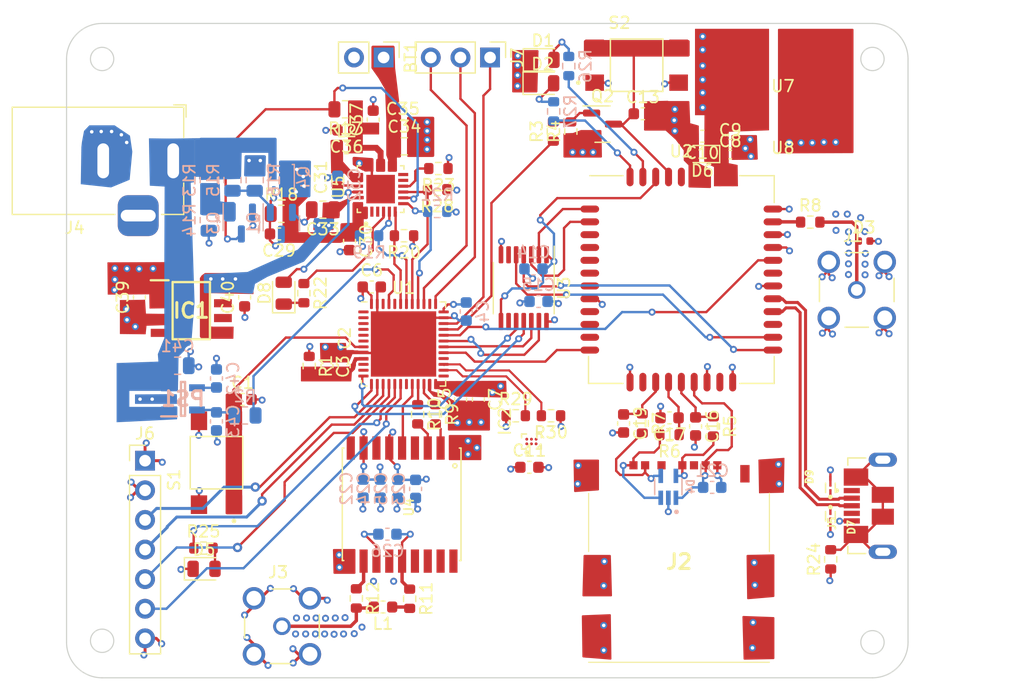
<source format=kicad_pcb>
(kicad_pcb (version 20211014) (generator pcbnew)
  (title_block (title "HERTZ200  ") (date "2022-06-27") (rev "VERSION 1") (company "NANOHERTZ"))
  (layers (0 "F.Cu" signal) (1 "In1.Cu" mixed) (2 "In2.Cu" power) (31 "B.Cu" signal) (34 "B.Paste" user) (35 "F.Paste" user) (36 "B.SilkS" user "B.Silkscreen") (37 "F.SilkS" user "F.Silkscreen") (38 "B.Mask" user) (39 "F.Mask" user) (44 "Edge.Cuts" user))
  (net 0 "")
  (net 1 "/STM32L431_MCU/NRST")
  (net 2 "GND")
  (net 3 "/STM32L431_MCU/VDDA")
  (net 4 "/SIM7020E/PWRKEY")
  (net 5 "/SIM7020E/VDD_EXT")
  (net 6 "/SIM7020E/SIM_RST")
  (net 7 "/SIM7020E/SIM_CLK")
  (net 8 "/SIM7020E/ANT")
  (net 9 "/SIM7020E/SIM_DATA")
  (net 10 "Net-(C26-Pad2)")
  (net 11 "/BQ24195_SMPS/VBUS")
  (net 12 "Net-(C29-Pad2)")
  (net 13 "Net-(C31-Pad1)")
  (net 14 "/BQ24195_SMPS/SW")
  (net 15 "/BQ24195_SMPS/REGN")
  (net 16 "/BQ24195_SMPS/PMID")
  (net 17 "/BQ24195_SMPS/BAT")
  (net 18 "/BQ24195_SMPS/SYS")
  (net 19 "Net-(D1-Pad2)")
  (net 20 "Net-(D2-Pad2)")
  (net 21 "Net-(D5-Pad2)")
  (net 22 "/BQ24195_SMPS/D+")
  (net 23 "/BQ24195_SMPS/D-")
  (net 24 "Net-(D8-Pad1)")
  (net 25 "VIN")
  (net 26 "/STM32L431_MCU/GPIO01")
  (net 27 "Net-(Q1-Pad1)")
  (net 28 "/STM32L431_MCU/GPIO02")
  (net 29 "/STM32L431_MCU/GPIO03")
  (net 30 "/STM32L431_MCU/GPIO05")
  (net 31 "/STM32L431_MCU/SWCLK")
  (net 32 "/STM32L431_MCU/SWDIO")
  (net 33 "/STM32L431_MCU/SWO")
  (net 34 "Net-(L1-Pad1)")
  (net 35 "Net-(Q2-Pad1)")
  (net 36 "Net-(Q3-Pad1)")
  (net 37 "/BQ24195_SMPS/OTG")
  (net 38 "SIM7020E_PWR")
  (net 39 "SIM68M_TXD{slash}MCU_RX")
  (net 40 "Net-(R9-Pad2)")
  (net 41 "SIM68M_RXD{slash}MCU_TX")
  (net 42 "Net-(R10-Pad2)")
  (net 43 "PMIC_SCL")
  (net 44 "PMIC_SDA")
  (net 45 "PMIC_INT")
  (net 46 "/BQ24195_SMPS/STAT")
  (net 47 "/BQ24195_SMPS/ILIM")
  (net 48 "/STM32L431_MCU/MCU_LED")
  (net 49 "/SIM7020E/NETLIGHT")
  (net 50 "/SIM7020E/STATUS")
  (net 51 "PMIC_CE")
  (net 60 "SIM7020E_UART2_RXD{slash}u_TX")
  (net 61 "SIM7020E_UART2_TXD{slash}u_RX")
  (net 62 "SIM7020E_GPIO1")
  (net 63 "SIM68M_EXTINT")
  (net 64 "SIM7020E_RST")
  (net 65 "SIM7020E_RTC_EINT")
  (net 66 "SIM7020E_RXD{slash}MCU_TX")
  (net 67 "SIM7020E_TXD{slash}MCU_RX")
  (net 70 "/SIM7020E/UART2_TXD")
  (net 71 "/SIM7020E/UART2_RDX")
  (net 72 "/SIM7020E/UART1_TXD")
  (net 73 "/SIM7020E/UART1_RDX")
  (net 86 "/SIM7020E/SIM7020E_D+")
  (net 99 "/STM32L431_MCU/DRDY")
  (net 105 "/SIM7020E/I{slash}O_SC")
  (net 106 "/SIM7020E/CLK_SC")
  (net 107 "/SIM7020E/RST_SC")
  (net 108 "/SIM7020E/SC_VCC")
  (net 109 "+3V3")
  (net 110 "Signal_VOUT")
  (net 112 "Net-(C42-Pad1)")
  (net 113 "Net-(C43-Pad2)")
  (net 115 "/SIM7020E/SIM7020E_D-")
  (net 117 "Net-(J5-PadSH1)")
  (net 121 "Net-(D3-Pad1)")
  (net 122 "/STM32L431_MCU/TMP108_SCL")
  (net 124 "/STM32L431_MCU/TMP108_SDA")
  (net 125 "Net-(J3-Pad1)")
  (net 126 "Net-(R12-Pad1)")
  (footprint "Capacitor_SMD:C_0805_2012Metric" (layer "F.Cu") (at 52.832 48.3616 180)
    (fp_text reference "C33")
    (fp_text value "10uF")
  )
  (footprint "Resistor_SMD:R_0603_1608Metric" (layer "F.Cu") (at 72.5932 41.656 90)
    (fp_text reference "R3")
    (fp_text value "4.7K")
  )
  (footprint "ESD9L5:DIOM1006X40N" (layer "F.Cu") (at 96.3422 74.6596 -90)
    (fp_text reference "D7")
    (fp_text value "ESD9L5.0ST5G")
  )
  (footprint "SIM68M:SIM68M" (layer "F.Cu") (at 60.2159 73.89 -90)
    (fp_text reference "U4")
    (fp_text value "SIM68M")
  )
  (footprint "Inductor_SMD:L_0603_1608Metric" (layer "F.Cu") (at 54.864 43.053)
    (fp_text reference "L2")
    (fp_text value "2.2uH")
  )
  (footprint "Capacitor_SMD:C_0603_1608Metric" (layer "F.Cu") (at 53.1876 61.7728 90)
    (fp_text reference "C3")
    (fp_text value "1uF")
  )
  (footprint "Capacitor_SMD:C_0603_1608Metric" (layer "F.Cu") (at 66.167 64.643 -90)
    (fp_text reference "C7")
    (fp_text value "4.7uF")
  )
  (footprint "Resistor_SMD:R_0603_1608Metric" (layer "F.Cu") (at 82.55 67.6656 180)
    (fp_text reference "R6")
    (fp_text value "22R")
  )
  (footprint "Resistor_SMD:R_0805_2012Metric" (layer "F.Cu") (at 54.737 39.751 180)
    (fp_text reference "R17")
    (fp_text value "10K")
  )
  (footprint "Capacitor_SMD:C_0402_1005Metric" (layer "F.Cu") (at 87.757 42.6974)
    (fp_text reference "C9")
    (fp_text value "100pF")
  )
  (footprint "Capacitor_SMD:C_0603_1608Metric" (layer "F.Cu") (at 54.864 41.529 180)
    (fp_text reference "C36")
    (fp_text value "10uF")
  )
  (footprint "Resistor_SMD:R_0805_2012Metric" (layer "F.Cu") (at 49.276 48.7172)
    (fp_text reference "R18")
    (fp_text value "10K")
  )
  (footprint "Capacitor_SMD:C_0603_1608Metric" (layer "F.Cu") (at 55.118 51.054 -90)
    (fp_text reference "C30")
    (fp_text value "1uF")
  )
  (footprint "Connector_BarrelJack:BarrelJack_Horizontal" (layer "F.Cu") (at 40.005 44.1706)
    (fp_text reference "J4")
    (fp_text value "DCJ250-10-A-K1-K ")
  )
  (footprint "Capacitor_SMD:C_0603_1608Metric" (layer "F.Cu") (at 46.1264 55.88 90)
    (fp_text reference "C40")
    (fp_text value "1uF")
  )
  (footprint "BQ24195RGER:QFN50P400X400X100-25N" (layer "F.Cu") (at 57.785 46.5955 90)
    (fp_text reference "U5")
    (fp_text value "BQ24195LRGER")
  )
  (footprint "SMA_CONNECTOR:LPRS_SMA_CONNECTOR" (layer "F.Cu") (at 98.6028 55.245)
    (fp_text reference "J1")
    (fp_text value "SMA_CONNECTOR")
  )
  (footprint "Resistor_SMD:R_0603_1608Metric" (layer "F.Cu") (at 60.2742 81.7372 -90)
    (fp_text reference "R11")
    (fp_text value "10R")
  )
  (footprint "Capacitor_SMD:C_0603_1608Metric" (layer "F.Cu") (at 80.264 40.132)
    (fp_text reference "C13")
    (fp_text value "0.1uF")
  )
  (footprint "Capacitor_SMD:C_0603_1608Metric" (layer "F.Cu") (at 37.1094 55.88 90)
    (fp_text reference "C39")
    (fp_text value "1uF")
  )
  (footprint "Capacitor_SMD:C_0603_1608Metric" (layer "F.Cu") (at 78.613 66.7004 -90)
    (fp_text reference "C19")
    (fp_text value "22pF")
  )
  (footprint "Capacitor_SMD:C_0603_1608Metric" (layer "F.Cu") (at 82.55 66.2178 180)
    (fp_text reference "C17")
    (fp_text value "22pF")
  )
  (footprint "Capacitor_SMD:C_0603_1608Metric" (layer "F.Cu") (at 85.3694 42.0624 180)
    (fp_text reference "C10")
    (fp_text value "100nF")
  )
  (footprint "T491X107K025AT:CAPMP7343X400N" (layer "F.Cu") (at 91.7956 34.8234 180)
    (fp_text reference "U7")
    (fp_text value "100uF")
  )
  (footprint "503960-0696:5039600696" (layer "F.Cu") (at 83.938796 78.74 180)
    (fp_text reference "J2")
    (fp_text value "503960-0696" hide)
  )
  (footprint "Resistor_SMD:R_0603_1608Metric" (layer "F.Cu") (at 69.3674 66.04)
    (fp_text reference "R29")
    (fp_text value "5K")
  )
  (footprint "Resistor_SMD:R_0603_1608Metric" (layer "F.Cu") (at 62.6364 46.6344 180)
    (fp_text reference "R28")
    (fp_text value "10K")
  )
  (footprint "Connector_PinHeader_2.54mm:PinHeader_1x07_P2.54mm_Vertical" (layer "F.Cu") (at 37.592 69.8958)
    (fp_text reference "J6")
    (fp_text value "GPIO_PINS")
  )
  (footprint "Capacitor_SMD:C_0603_1608Metric" (layer "F.Cu") (at 54.6608 61.7728 90)
    (fp_text reference "C2")
    (fp_text value "10nF")
  )
  (footprint "Resistor_SMD:R_0603_1608Metric" (layer "F.Cu") (at 60.96 65.913 -90)
    (fp_text reference "R10")
    (fp_text value "100R")
  )
  (footprint "Resistor_SMD:R_0603_1608Metric" (layer "F.Cu") (at 51.2064 55.5244 -90)
    (fp_text reference "R22")
    (fp_text value "2.2K")
  )
  (footprint "Capacitor_SMD:C_0603_1608Metric" (layer "F.Cu") (at 84.7852 66.9544 -90)
    (fp_text reference "C16")
    (fp_text value "22pF")
  )
  (footprint "Resistor_SMD:R_0603_1608Metric" (layer "F.Cu") (at 72.39 66.04 180)
    (fp_text reference "R30")
    (fp_text value "5K")
  )
  (footprint "T491X107K025AT:CAPMP7343X400N" (layer "F.Cu") (at 91.7956 40.123389 180)
    (fp_text reference "U8")
    (fp_text value "100uF")
  )
  (footprint "RF_GSM:SIMCom_SIM800C" (layer "F.Cu") (at 83.566 54.356)
    (fp_text reference "U2")
    (fp_text value "SIM7020E")
  )
  (footprint "Resistor_SMD:R_0603_1608Metric" (layer "F.Cu") (at 94.615 49.4284)
    (fp_text reference "R8")
    (fp_text value "0R")
  )
  (footprint "TL3305AF160QG:SW_TL3305AF160QG" (layer "F.Cu") (at 79.7306 35.9664)
    (fp_text reference "S2")
    (fp_text value "TL3305AF160QG")
  )
  (footprint "Capacitor_SMD:C_0603_1608Metric" (layer "F.Cu") (at 49.0728 50.4444 180)
    (fp_text reference "C29")
    (fp_text value "1nF")
  )
  (footprint "Capacitor_SMD:C_0603_1608Metric" (layer "F.Cu") (at 57.023 54.991)
    (fp_text reference "C6")
    (fp_text value "0.1uF")
  )
  (footprint "Resistor_SMD:R_0603_1608Metric" (layer "F.Cu") (at 55.7022 81.7118 -90)
    (fp_text reference "R12")
    (fp_text value "0R")
  )
  (footprint "Package_SO:TSSOP-14_4.4x5mm_P0.65mm" (layer "F.Cu") (at 70.0532 55.0926 -90)
    (fp_text reference "U3")
    (fp_text value "TXB0104PW")
  )
  (footprint "Package_TO_SOT_SMD:SOT-23" (layer "F.Cu") (at 76.8096 41.021)
    (fp_text reference "Q2")
    (fp_text value "BC847")
  )
  (footprint "Connector_PinHeader_2.54mm:PinHeader_1x03_P2.54mm_Vertical" (layer "F.Cu") (at 67.168 35.306 -90)
    (fp_text reference "J7")
    (fp_text value "SWD_PINS")
  )
  (footprint "Resistor_SMD:R_0603_1608Metric" (layer "F.Cu") (at 80.2132 66.7004 -90)
    (fp_text reference "R7")
    (fp_text value "22R")
  )
  (footprint "BD33HC5MEFJ-ME2:SOIC127P600X100-8N" (layer "F.Cu") (at 41.5544 57.023)
    (fp_text reference "IC1")
    (fp_text value "BD33HC5MEFJ-ME2" hide)
  )
  (footprint "LED_SMD:LED_0805_2012Metric" (layer "F.Cu") (at 71.6788 37.5158)
    (fp_text reference "D2")
    (fp_text value "LED_STATUS")
  )
  (footprint "Capacitor_SMD:C_0402_1005Metric" (layer "F.Cu") (at 87.757 43.6372)
    (fp_text reference "C8")
    (fp_text value "22pF")
  )
  (footprint "Resistor_SMD:R_0603_1608Metric" (layer "F.Cu") (at 86.3092 66.9544 -90)
    (fp_text reference "R5")
    (fp_text value "22R")
  )
  (footprint "Diode_SMD:D_0603_1608Metric" (layer "F.Cu") (at 85.3694 43.5864 180)
    (fp_text reference "D6")
    (fp_text value "ESD")
  )
  (footprint "Package_DFN_QFN:QFN-48-1EP_7x7mm_P0.5mm_EP5.6x5.6mm" (layer "F.Cu") (at 59.749 59.882)
    (fp_text reference "U1")
    (fp_text value "STM32L431CCUx")
  )
  (footprint "Diode_SMD:D_0402_1005Metric" (layer "F.Cu") (at 99.2378 51.054)
    (fp_text reference "D3")
    (fp_text value "LXES15AAA1-153")
  )
  (footprint "LED_SMD:LED_0805_2012Metric" (layer "F.Cu") (at 42.6489 79.1718)
    (fp_text reference "D5")
    (fp_text value "BLUE_LED")
  )
  (footprint "Capacitor_SMD:C_0603_1608Metric" (layer "F.Cu") (at 54.102 45.593 90)
    (fp_text reference "C31")
    (fp_text value "47nF")
  )
  (footprint "ESD9L5:DIOM1006X40N" (layer "F.Cu") (at 96.3422 72.2286 90)
    (fp_text reference "D9")
    (fp_text value "ESD9L5.0ST5G")
  )
  (footprint "Resistor_SMD:R_0603_1608Metric" (layer "F.Cu") (at 59.7916 50.5968 180)
    (fp_text reference "R20")
    (fp_text value "10K")
  )
  (footprint "Resistor_SMD:R_0603_1608Metric" (layer "F.Cu") (at 74.0918 41.656 90)
    (fp_text reference "R4")
    (fp_text value "47K")
  )
  (footprint "Resistor_SMD:R_0603_1608Metric" (layer "F.Cu") (at 62.484 65.913 -90)
    (fp_text reference "R9")
    (fp_text value "100R")
  )
  (footprint "Resistor_SMD:R_0603_1608Metric" (layer "F.Cu") (at 96.3676 78.359 90)
    (fp_text reference "R24")
    (fp_text value "33K")
  )
  (footprint "LED_SMD:LED_0805_2012Metric" (layer "F.Cu") (at 71.7042 35.5092)
    (fp_text reference "D1")
    (fp_text value "LED_NETWORK")
  )
  (footprint "105164-0001:MOLEX_105164-0001" (layer "F.Cu") (at 102.2858 73.7616 90)
    (fp_text reference "J5")
    (fp_text value "105164-0001")
  )
  (footprint "Capacitor_SMD:C_0603_1608Metric" (layer "F.Cu") (at 59.69 41.148)
    (fp_text reference "C35")
    (fp_text value "0.1uF")
  )
  (footprint "Connector_PinHeader_2.54mm:PinHeader_1x02_P2.54mm_Vertical" (layer "F.Cu") (at 58.044 35.306 -90)
    (fp_text reference "BT1")
    (fp_text value "Battery_Cell")
  )
  (footprint "Capacitor_SMD:C_0603_1608Metric" (layer "F.Cu") (at 57.15 40.64 90)
    (fp_text reference "C37")
    (fp_text value "10uF")
  )
  (footprint "TMP108:TMP108AIYFFT" (layer "F.Cu") (at 70.7136 68.2498 90)
    (fp_text reference "IC2")
    (fp_text value "TMP108AIYFFT")
  )
  (footprint "LED_SMD:LED_0805_2012Metric" (layer "F.Cu") (at 49.4792 55.5244 90)
    (fp_text reference "D8")
    (fp_text value "LED_Small")
  )
  (footprint "SMA_CONNECTOR:LPRS_SMA_CONNECTOR" (layer "F.Cu") (at 49.3268 84.0994)
    (fp_text reference "J3")
    (fp_text value "SMA_CONNECTOR")
  )
  (footprint "Capacitor_SMD:C_0603_1608Metric" (layer "F.Cu") (at 70.5358 70.4596)
    (fp_text reference "C11")
    (fp_text value "0.1uF")
  )
  (footprint "Resistor_SMD:R_0603_1608Metric" (layer "F.Cu") (at 62.738 44.831 180)
    (fp_text reference "R23")
    (fp_text value "100R")
  )
  (footprint "Capacitor_SMD:C_0603_1608Metric" (layer "F.Cu") (at 45.9486 64.643)
    (fp_text reference "C1")
    (fp_text value "0.1uF")
  )
  (footprint "Resistor_SMD:R_0603_1608Metric" (layer "F.Cu") (at 42.5981 77.3938)
    (fp_text reference "R25")
    (fp_text value "33R")
  )
  (footprint "Capacitor_SMD:C_0805_2012Metric" (layer "F.Cu") (at 59.817 42.926)
    (fp_text reference "C34")
    (fp_text value "10uF")
  )
  (footprint "Resistor_SMD:R_0603_1608Metric" (layer "F.Cu") (at 51.6636 61.7728 -90)
    (fp_text reference "R1")
    (fp_text value "0R")
  )
  (footprint "Inductor_SMD:L_0603_1608Metric" (layer "F.Cu") (at 57.9882 82.4484 180)
    (fp_text reference "L1")
    (fp_text value "27nH")
  )
  (footprint "TL3305AF160QG:SW_TL3305AF160QG" (layer "F.Cu") (at 43.7134 70.0701 90)
    (fp_text reference "S1")
    (fp_text value "TL3305AF160QG")
  )
  (footprint "Capacitor_SMD:C_0603_1608Metric" (layer "F.Cu") (at 64.643 64.643 -90)
    (fp_text reference "C5")
    (fp_text value "0.1uF")
  )
  (footprint "Capacitor_SMD:C_0603_1608Metric" (layer "B.Cu") (at 43.7134 62.8396 90)
    (fp_text reference "C42")
    (fp_text value "0.01uF")
  )
  (footprint "Resistor_SMD:R_0603_1608Metric" (layer "B.Cu") (at 73.914 36.0426 90)
    (fp_text reference "R26")
    (fp_text value "33R")
  )
  (footprint "Capacitor_SMD:C_0603_1608Metric" (layer "B.Cu") (at 57.7596 72.2884 -90)
    (fp_text reference "C24")
    (fp_text value "0.1uF")
  )
  (footprint "Resistor_SMD:R_0805_2012Metric" (layer "B.Cu") (at 46.99 45.8235 90)
    (fp_text reference "R16")
    (fp_text value "100K")
  )
  (footprint "Capacitor_SMD:C_0603_1608Metric" (layer "B.Cu") (at 86.2076 72.1868 180)
    (fp_text reference "C21")
    (fp_text value "0.1uF")
  )
  (footprint "Capacitor_SMD:C_0603_1608Metric" (layer "B.Cu") (at 70.8914 53.4416 180)
    (fp_text reference "C14")
    (fp_text value "0.1uF")
  )
  (footprint "Package_SON:Texas_DQK" (layer "B.Cu") (at 49.276 45.593 90)
    (fp_text reference "Q4")
    (fp_text value "CSD25302Q2")
  )
  (footprint "Resistor_SMD:R_0805_2012Metric" (layer "B.Cu") (at 45.085 45.8235 -90)
    (fp_text reference "R15")
    (fp_text value "262K")
  )
  (footprint "Capacitor_SMD:C_0603_1608Metric" (layer "B.Cu") (at 58.3692 76.2)
    (fp_text reference "C26")
    (fp_text value "0.1uF")
  )
  (footprint "Package_TO_SOT_SMD:SOT-23" (layer "B.Cu") (at 49.276 49.53 -90)
    (fp_text reference "Q1")
    (fp_text value "Si2312DS")
  )
  (footprint "Capacitor_SMD:C_0603_1608Metric" (layer "B.Cu") (at 56.2864 72.2884 -90)
    (fp_text reference "C22")
    (fp_text value "4.7uF")
  )
  (footprint "Resistor_SMD:R_0805_2012Metric" (layer "B.Cu") (at 46.1518 66.0146 180)
    (fp_text reference "R2")
    (fp_text value "130R")
  )
  (footprint "Resistor_SMD:R_0603_1608Metric" (layer "B.Cu") (at 56.7944 50.5968)
    (fp_text reference "R19")
    (fp_text value "10K")
  )
  (footprint "ESDA6V1W5:SOT65P210X110-5N" (layer "B.Cu") (at 82.4484 72.136 90)
    (fp_text reference "D4")
    (fp_text value "ESDA6V1W5")
  )
  (footprint "Resistor_SMD:R_0603_1608Metric" (layer "B.Cu") (at 62.6364 48.514 180)
    (fp_text reference "R21")
    (fp_text value "10K")
  )
  (footprint "Capacitor_SMD:C_0603_1608Metric" (layer "B.Cu") (at 54.102 46.228 90)
    (fp_text reference "C32")
    (fp_text value "4.7uF")
  )
  (footprint "Resistor_SMD:R_0805_2012Metric" (layer "B.Cu") (at 43.053 45.8235 -90)
    (fp_text reference "R13")
    (fp_text value "121K")
  )
  (footprint "Capacitor_SMD:C_0603_1608Metric" (layer "B.Cu") (at 43.7134 66.5226 90)
    (fp_text reference "C43")
    (fp_text value "10uF")
  )
  (footprint "Capacitor_SMD:C_0805_2012Metric" (layer "B.Cu") (at 40.386 61.7474 180)
    (fp_text reference "C41")
    (fp_text value "1uF")
  )
  (footprint "TAR5S33:SOT95P275X140-5N" (layer "B.Cu") (at 40.8432 64.5922)
    (fp_text reference "PS1")
    (fp_text value "TAR5SB33_TE85L,F_" hide)
  )
  (footprint "Capacitor_SMD:C_0603_1608Metric" (layer "B.Cu") (at 65.1256 57.0992 -90)
    (fp_text reference "C4")
    (fp_text value "0.1uF")
  )
  (footprint "Capacitor_SMD:C_0603_1608Metric" (layer "B.Cu") (at 60.7822 72.3138 -90)
    (fp_text reference "C23")
    (fp_text value "4.7uF")
  )
  (footprint "Resistor_SMD:R_0805_2012Metric" (layer "B.Cu") (at 43.053 49.2525 -90)
    (fp_text reference "R14")
    (fp_text value "49.9K")
  )
  (footprint "Capacitor_SMD:C_0603_1608Metric" (layer "B.Cu") (at 59.2582 72.3008 -90)
    (fp_text reference "C25")
    (fp_text value "0.1uF")
  )
  (footprint "Package_TO_SOT_SMD:SOT-23" (layer "B.Cu") (at 45.847 49.5065 -90)
    (fp_text reference "Q3")
    (fp_text value "Si2312DS")
  )
  (footprint "Capacitor_SMD:C_0603_1608Metric" (layer "B.Cu") (at 71.3232 56.2356 180)
    (fp_text reference "C15")
    (fp_text value "0.1uF")
  )
  (footprint "Resistor_SMD:R_0603_1608Metric" (layer "B.Cu") (at 72.6186 39.9288 90)
    (fp_text reference "R27")
    (fp_text value "33R")
  )
  (gr_line (start 99.949 88.519) (end 33.909 88.519) (layer "Edge.Cuts") (width 0.1))
  (gr_circle (center 33.909 85.344) (end 34.909 85.344) (layer "Edge.Cuts") (width 0.1) (fill none))
  (gr_line (start 102.997 35.433) (end 102.997 85.471) (layer "Edge.Cuts") (width 0.1))
  (gr_circle (center 33.909 35.433) (end 34.909 35.433) (layer "Edge.Cuts") (width 0.1) (fill none))
  (gr_line (start 30.861 85.471) (end 30.861 35.433) (layer "Edge.Cuts") (width 0.1))
  (gr_line (start 33.909 32.385) (end 99.949 32.385) (layer "Edge.Cuts") (width 0.1))
  (gr_arc (start 99.949 32.385) (mid 102.104261 33.277739) (end 102.997 35.433) (layer "Edge.Cuts") (width 0.1))
  (gr_arc (start 102.997 85.471) (mid 102.104261 87.626261) (end 99.949 88.519) (layer "Edge.Cuts") (width 0.1))
  (gr_circle (center 99.949 85.471) (end 100.949 85.471) (layer "Edge.Cuts") (width 0.1) (fill none))
  (gr_arc (start 33.909 88.519) (mid 31.753739 87.626261) (end 30.861 85.471) (layer "Edge.Cuts") (width 0.1))
  (gr_circle (center 99.949 35.433) (end 100.949 35.433) (layer "Edge.Cuts") (width 0.1) (fill none))
  (gr_arc (start 30.861 35.433) (mid 31.753739 33.277739) (end 33.909 32.385) (layer "Edge.Cuts") (width 0.1))
  (segment (start 45.1736 66.4303) (end 45.2134 66.4701) (width 0.2032) (layer "F.Cu") (net 1))
  (segment (start 56.3115 60.132) (end 55.5854 60.132) (width 0.2032) (layer "F.Cu") (net 1))
  (segment (start 49.657 59.3344) (end 45.1736 63.8178) (width 0.2032) (layer "F.Cu") (net 1))
  (segment (start 55.5854 60.132) (end 54.7878 59.3344) (width 0.2032) (layer "F.Cu") (net 1))
  (segment (start 45.1736 63.8178) (end 45.1736 64.643) (width 0.2032) (layer "F.Cu") (net 1))
  (segment (start 54.7878 59.3344) (end 49.657 59.3344) (width 0.2032) (layer "F.Cu") (net 1))
  (segment (start 45.1736 64.643) (end 45.1736 66.4303) (width 0.2032) (layer "F.Cu") (net 1))
  (segment (start 46.9268 82.3338) (end 46.1264 83.1342) (width 0.25) (layer "F.Cu") (net 2))
  (segment (start 96.2028 52.845) (end 96.2028 53.5556) (width 0.2032) (layer "F.Cu") (net 2))
  (segment (start 37.592 69.8958) (end 37.592 68.4784) (width 0.25) (layer "F.Cu") (net 2))
  (segment (start 59.749 59.5204) (end 57.499 57.2704) (width 0.2032) (layer "F.Cu") (net 2))
  (segment (start 46.9268 85.6618) (end 46.3296 85.0646) (width 0.25) (layer "F.Cu") (net 2))
  (segment (start 87.966 63.156) (end 87.966 61.9056) (width 0.2032) (layer "F.Cu") (net 2))
  (segment (start 101.0028 53.5308) (end 100.5078 54.0258) (width 0.2032) (layer "F.Cu") (net 2))
  (segment (start 101.0028 52.845) (end 101.0028 53.7334) (width 0.2032) (layer "F.Cu") (net 2))
  (segment (start 54.4446 51.829) (end 54.3052 51.9684) (width 0.2032) (layer "F.Cu") (net 2))
  (segment (start 53.0482 81.6994) (end 53.213 81.8642) (width 0.25) (layer "F.Cu") (net 2))
  (segment (start 51.7268 81.6994) (end 51.1432 81.6994) (width 0.25) (layer "F.Cu") (net 2))
  (segment (start 101.0028 52.845) (end 101.0028 53.5308) (width 0.2032) (layer "F.Cu") (net 2))
  (segment (start 99.7228 51.054) (end 100.4316 51.054) (width 0.2032) (layer "F.Cu") (net 2))
  (segment (start 63.1865 57.632) (end 63.954111 57.632) (width 0.2032) (layer "F.Cu") (net 2))
  (segment (start 90.2296 54.906) (end 90.1954 54.9402) (width 0.2032) (layer "F.Cu") (net 2))
  (segment (start 71.3108 70.4596) (end 72.1614 70.4596) (width 0.2032) (layer "F.Cu") (net 2))
  (segment (start 96.2028 57.645) (end 96.2028 58.407) (width 0.2032) (layer "F.Cu") (net 2))
  (segment (start 47.485 81.6994) (end 48.3362 80.8482) (width 0.25) (layer "F.Cu") (net 2))
  (segment (start 64.262 46.6344) (end 64.3128 46.6852) (width 0.2032) (layer "F.Cu") (net 2))
  (segment (start 97.1504 75.0616) (end 97.1296 75.0824) (width 0.2032) (layer "F.Cu") (net 2))
  (segment (start 57.035 44.6605) (end 57.035 45.8455) (width 0.2032) (layer "F.Cu") (net 2))
  (segment (start 101.0028 58.6356) (end 101.3714 59.0042) (width 0.2032) (layer "F.Cu") (net 2))
  (segment (start 96.3422 75.3068) (end 96.3422 76.2254) (width 0.2032) (layer "F.Cu") (net 2))
  (segment (start 55.0266 60.632) (end 54.6608 60.9978) (width 0.2032) (layer "F.Cu") (net 2))
  (segment (start 56.3115 60.632) (end 55.0266 60.632) (width 0.2032) (layer "F.Cu") (net 2))
  (segment (start 57.499 57.2704) (end 57.499 56.4445) (width 0.2032) (layer "F.Cu") (net 2))
  (segment (start 51.7268 86.4994) (end 51.0416 86.4994) (width 0.25) (layer "F.Cu") (net 2))
  (segment (start 42.2134 66.4701) (end 42.2134 67.6924) (width 0.2032) (layer "F.Cu") (net 2))
  (segment (start 100.4316 51.054) (end 100.457 51.0794) (width 0.2032) (layer "F.Cu") (net 2))
  (segment (start 57.035 45.8455) (end 57.785 46.5955) (width 0.2032) (layer "F.Cu") (net 2))
  (segment (start 37.592 69.8958) (end 38.9332 69.8958) (width 0.25) (layer "F.Cu") (net 2))
  (segment (start 79.166 61.894) (end 79.1464 61.8744) (width 0.2032) (layer "F.Cu") (net 2))
  (segment (start 51.882 48.8036) (end 51.2572 49.4284) (width 0.2032) (layer "F.Cu") (net 2))
  (segment (start 42.2134 72.493) (end 42.2402 72.4662) (width 0.2032) (layer "F.Cu") (net 2))
  (segment (start 76.3006 56.006) (end 76.7842 56.4896) (width 0.2032) (layer "F.Cu") (net 2))
  (segment (start 81.775 65.2402) (end 81.788 65.2272) (width 0.2032) (layer "F.Cu") (net 2))
  (segment (start 56.535 44.6605) (end 57.035 44.6605) (width 0.2032) (layer "F.Cu") (net 2))
  (segment (start 77.2428 37.4664) (end 77.2922 37.5158) (width 0.2032) (layer "F.Cu") (net 2))
  (segment (start 101.0028 53.7334) (end 101.3714 54.102) (width 0.2032) (layer "F.Cu") (net 2))
  (segment (start 91.416 51.606) (end 92.5508 51.606) (width 0.2032) (layer "F.Cu") (net 2))
  (segment (start 57.4259 77.2379) (end 56.388 76.2) (width 0.2032) (layer "F.Cu") (net 2))
  (segment (start 87.966 61.9056) (end 87.9348 61.8744) (width 0.2032) (layer "F.Cu") (net 2))
  (segment (start 101.0028 57.645) (end 101.0028 58.6356) (width 0.2032) (layer "F.Cu") (net 2))
  (segment (start 38.5522 85.1358) (end 39.0144 85.598) (width 0.25) (layer "F.Cu") (net 2))
  (segment (start 57.3024 60.6552) (end 56.3347 60.6552) (width 0.2032) (layer "F.Cu") (net 2))
  (segment (start 51.7268 86.4994) (end 50.7362 86.4994) (width 0.25) (layer "F.Cu") (net 2))
  (segment (start 59.9806 59.882) (end 62.2306 57.632) (width 0.2032) (layer "F.Cu") (net 2))
  (segment (start 57.499 55.29) (end 57.798 54.991) (width 0.2032) (layer "F.Cu") (net 2))
  (segment (start 91.416 54.906) (end 90.2296 54.906) (width 0.2032) (layer "F.Cu") (net 2))
  (segment (start 46.9268 86.4994) (end 46.9268 85.6618) (width 0.25) (layer "F.Cu") (net 2))
  (segment (start 46.1264 56.655) (end 46.1264 57.5818) (width 0.2032) (layer "F.Cu") (net 2))
  (segment (start 53.1114 41.529) (end 53.086 41.5544) (width 0.2032) (layer "F.Cu") (net 2))
  (segment (start 84.7852 67.7294) (end 84.7852 68.6308) (width 0.2032) (layer "F.Cu") (net 2))
  (segment (start 68.1032 52.2301) (end 68.1032 51.1244) (width 0.2032) (layer "F.Cu") (net 2))
  (segment (start 41.7114 79.1718) (end 40.7185 79.1718) (width 0.2032) (layer "F.Cu") (net 2))
  (segment (start 51.1432 81.6994) (end 50.3174 80.8736) (width 0.25) (layer "F.Cu") (net 2))
  (segment (start 54.6608 60.9978) (end 53.1876 60.9978) (width 0.2032) (layer "F.Cu") (net 2))
  (segment (start 82.2438 37.4664) (end 82.1436 37.5666) (width 0.2032) (layer "F.Cu") (net 2))
  (segment (start 85.766 61.8588) (end 85.8012 61.8236) (width 0.2032) (layer "F.Cu") (net 2))
  (segment (start 96.2028 52.845) (end 96.2028 53.9118) (width 0.2032) (layer "F.Cu") (net 2))
  (segment (start 72.1614 70.4596) (end 72.1868 70.485) (width 0.2032) (layer "F.Cu") (net 2))
  (segment (start 77.711 67.4754) (end 77.6732 67.5132) (width 0.2032) (layer "F.Cu") (net 2))
  (segment (start 86.6488 70.29) (end 86.6488 71.1548) (width 0.2032) (layer "F.Cu") (net 2))
  (segment (start 47.1802 86.4994) (end 48.133 87.4522) (width 0.25) (layer "F.Cu") (net 2))
  (segment (start 63.954111 57.632) (end 64.1096 57.476511) (width 0.2032) (layer "F.Cu") (net 2))
  (segment (start 96.3676 80.1116) (end 96.2914 80.1878) (width 0.2032) (layer "F.Cu") (net 2))
  (segment (start 91.416 50.506) (end 92.6484 50.506) (width 0.2032) (layer "F.Cu") (net 2))
  (segment (start 46.9268 81.6994) (end 46.9268 82.3338) (width 0.25) (layer "F.Cu") (net 2))
  (segment (start 51.7268 81.6994) (end 53.0482 81.6994) (width 0.25) (layer "F.Cu") (net 2))
  (segment (start 46.7236 64.643) (end 47.5742 64.643) (width 0.2032) (layer "F.Cu") (net 2))
  (segment (start 78.613 67.4754) (end 77.711 67.4754) (width 0.2032) (layer "F.Cu") (net 2))
  (segment (start 92.5508 51.606) (end 92.837 51.8922) (width 0.2032) (layer "F.Cu") (net 2))
  (segment (start 59.749 59.882) (end 58.0756 59.882) (width 0.2032) (layer "F.Cu") (net 2))
  (segment (start 96.2028 58.407) (end 95.6564 58.9534) (width 0.2032) (layer "F.Cu") (net 2))
  (segment (start 85.766 63.156) (end 85.766 61.8588) (width 0.2032) (layer "F.Cu") (net 2))
  (segment (start 59.749 59.882) (end 59.749 59.5204) (width 0.2032) (layer "F.Cu") (net 2))
  (segment (start 92.8068 48.306) (end 92.8116 48.3108) (width 0.2032) (layer "F.Cu") (net 2))
  (segment (start 96.2028 57.645) (end 96.2028 58.7124) (width 0.2032) (layer "F.Cu") (net 2))
  (segment (start 79.166 63.156) (end 79.166 61.894) (width 0.2032) (layer "F.Cu") (net 2))
  (segment (start 91.416 48.306) (end 92.8068 48.306) (width 0.2032) (layer "F.Cu") (net 2))
  (segment (start 98.1758 75.0616) (end 97.1504 75.0616) (width 0.2032) (layer "F.Cu") (net 2))
  (segment (start 63.563 44.831) (end 63.563 43.9806) (width 0.2032) (layer "F.Cu") (net 2))
  (segment (start 54.089 41.529) (end 53.1114 41.529) (width 0.2032) (layer "F.Cu") (net 2))
  (segment (start 57.499 56.4445) (end 57.499 55.29) (width 0.2032) (layer "F.Cu") (net 2))
  (segment (start 46.1264 57.5818) (end 46.1518 57.6072) (width 0.2032) (layer "F.Cu") (net 2))
  (segment (start 42.2134 73.6701) (end 42.2134 72.493) (width 0.2032) (layer "F.Cu") (net 2))
  (segment (start 37.592 86.4616) (end 37.4904 86.5632) (width 0.25) (layer "F.Cu") (net 2))
  (segment (start 51.882 48.3616) (end 51.882 48.8036) (width 0.2032) (layer "F.Cu") (net 2))
  (segment (start 50.7362 86.4994) (end 50.2666 86.0298) (width 0.25) (layer "F.Cu") (net 2))
  (segment (start 63.4614 46.6344) (end 64.262 46.6344) (width 0.2032) (layer "F.Cu") (net 2))
  (segment (start 46.9268 81.6994) (end 47.485 81.6994) (width 0.25) (layer "F.Cu") (net 2))
  (segment (start 57.4259 78.51) (end 57.4259 77.2379) (width 0.2032) (layer "F.Cu") (net 2))
  (segment (start 59.749 59.882) (end 59.9806 59.882) (width 0.2032) (layer "F.Cu") (net 2))
  (segment (start 58.0756 59.882) (end 57.3024 60.6552) (width 0.2032) (layer "F.Cu") (net 2))
  (segment (start 57.15 39.865) (end 57.15 38.9128) (width 0.2032) (layer "F.Cu") (net 2))
  (segment (start 101.0028 57.645) (end 101.0028 58.433) (width 0.2032) (layer "F.Cu") (net 2))
  (segment (start 75.716 56.006) (end 76.3006 56.006) (width 0.2032) (layer "F.Cu") (net 2))
  (segment (start 76.1306 37.4664) (end 77.2428 37.4664) (width 0.2032) (layer "F.Cu") (net 2))
  (segment (start 38.9332 69.8958) (end 39.0652 70.0278) (width 0.25) (layer "F.Cu") (net 2))
  (segment (start 56.3347 60.6552) (end 56.3115 60.632) (width 0.2032) (layer "F.Cu") (net 2))
  (segment (start 42.2134 67.6924) (end 42.1894 67.7164) (width 0.2032) (layer "F.Cu") (net 2))
  (segment (start 37.592 68.4784) (end 37.6936 68.3768) (width 0.25) (layer "F.Cu") (net 2))
  (segment (start 47.5742 64.643) (end 47.625 64.6938) (width 0.2032) (layer "F.Cu") (net 2))
  (segment (start 55.118 51.829) (end 54.4446 51.829) (width 0.2032) (layer "F.Cu") (net 2))
  (segment (start 37.592 85.1358) (end 37.592 86.4616) (width 0.25) (layer "F.Cu") (net 2))
  (segment (start 37.592 85.1358) (end 38.5522 85.1358) (width 0.25) (layer "F.Cu") (net 2))
  (segment (start 62.2306 57.632) (end 63.1865 57.632) (width 0.2032) (layer "F.Cu") (net 2))
  (segment (start 92.6484 50.506) (end 92.6592 50.4952) (width 0.2032) (layer "F.Cu") (net 2))
  (segment (start 96.3676 79.184) (end 96.3676 80.1116) (width 0.2032) (layer "F.Cu") (net 2))
  (segment (start 40.7185 79.1718) (end 40.6677 79.2226) (width 0.2032) (layer "F.Cu") (net 2))
  (segment (start 101.0028 58.433) (end 100.5078 58.928) (width 0.2032) (layer "F.Cu") (net 2))
  (segment (start 96.2028 58.7124) (end 96.52 59.0296) (width 0.2032) (layer "F.Cu") (net 2))
  (segment (start 96.2028 53.9118) (end 96.4946 54.2036) (width 0.2032) (layer "F.Cu") (net 2))
  (segment (start 83.3306 37.4664) (end 82.2438 37.4664) (width 0.2032) (layer "F.Cu") (net 2))
  (segment (start 96.2028 53.5556) (end 95.631 54.1274) (width 0.2032) (layer "F.Cu") (net 2))
  (segment (start 46.9268 86.4994) (end 47.1802 86.4994) (width 0.25) (layer "F.Cu") (net 2))
  (segment (start 86.6488 71.1548) (end 86.6648 71.1708) (width 0.2032) (layer "F.Cu") (net 2))
  (segment (start 81.775 66.2178) (end 81.775 65.2402) (width 0.2032) (layer "F.Cu") (net 2))
  (segment (start 63.563 43.9806) (end 63.6524 43.8912) (width 0.2032) (layer "F.Cu") (net 2))
  (segment (start 51.0416 86.4994) (end 50.292 87.249) (width 0.25) (layer "F.Cu") (net 2))
  (segment (start 68.1032 51.1244) (end 68.1482 51.0794) (width 0.2032) (layer "F.Cu") (net 2))
  (segment (start 84.7852 68.6308) (end 84.6836 68.7324) (width 0.2032) (layer "F.Cu") (net 2))
  (segment (start 96.3422 71.5814) (end 96.3422 70.6882) (width 0.2032) (layer "F.Cu") (net 2))
  (via (at 89.0524 43.1038) (size 0.6) (drill 0.3) (layers "F.Cu" "B.Cu") (net 2))
  (via (at 98.933 49.0474) (size 0.6) (drill 0.3) (layers "F.Cu" "B.Cu") (net 2))
  (via (at 79.1464 61.8744) (size 0.6) (drill 0.3) (layers "F.Cu" "B.Cu") (net 2))
  (via (at 46.5074 44.1452) (size 0.6) (drill 0.3) (layers "F.Cu" "B.Cu") (net 2))
  (via (at 69.5198 35.9664) (size 0.6) (drill 0.3) (layers "F.Cu" "B.Cu") (net 2))
  (via (at 89.8144 78.6384) (size 0.6) (drill 0.3) (layers "F.Cu" "B.Cu") (net 2))
  (via (at 63.6524 43.8912) (size 0.6) (drill 0.3) (layers "F.Cu" "B.Cu") (net 2))
  (via (at 66.04 68.7832) (size 0.6) (drill 0.3) (layers "F.Cu" "B.Cu") (net 2))
  (via (at 33.8328 41.656) (size 0.6) (drill 0.3) (layers "F.Cu" "B.Cu") (net 2))
  (via (at 57.1754 80.2386) (size 0.6) (drill 0.3) (layers "F.Cu" "B.Cu") (net 2))
  (via (at 53.2384 45.6184) (size 0.6) (drill 0.3) (layers "F.Cu" "B.Cu") (net 2))
  (via (at 37.4904 86.5632) (size 0.6) (drill 0.3) (layers "F.Cu" "B.Cu") (net 2))
  (via (at 96.3422 70.6882) (size 0.6) (drill 0.3) (layers "F.Cu" "B.Cu") (net 2))
  (via (at 54.61 84.7598) (size 0.6) (drill 0.3) (layers "F.Cu" "B.Cu") (net 2))
  (via (at 46.3296 85.0646) (size 0.6) (drill 0.3) (layers "F.Cu" "B.Cu") (net 2))
  (via (at 68.1482 51.0794) (size 0.6) (drill 0.3) (layers "F.Cu" "B.Cu") (net 2))
  (via (at 91.8972 70.2056) (size 0.6) (drill 0.3) (layers "F.Cu" "B.Cu") (net 2))
  (via (at 101.3714 54.102) (size 0.6) (drill 0.3) (layers "F.Cu" "B.Cu") (net 2))
  (via (at 75.9968 43.434) (size 0.6) (drill 0.3) (layers "F.Cu" "B.Cu") (net 2))
  (via (at 50.5714 83.3882) (size 0.6) (drill 0.3) (layers "F.Cu" "B.Cu") (net 2))
  (via (at 65.278 69.342) (size 0.6) (drill 0.3) (layers "F.Cu" "B.Cu") (net 2))
  (via (at 97.79 48.7426) (size 0.6) (drill 0.3) (layers "F.Cu" "B.Cu") (net 2))
  (via (at 75.1078 43.434) (size 0.6) (drill 0.3) (layers "F.Cu" "B.Cu") (net 2))
  (via (at 52.197 84.7598) (size 0.6) (drill 0.3) (layers "F.Cu" "B.Cu") (net 2))
  (via (at 70.8152 54.2544) (size 0.6) (drill 0.3) (layers "F.Cu" "B.Cu") (net 2))
  (via (at 82.4484 74.2696) (size 0.6) (drill 0.3) (layers "F.Cu" "B.Cu") (net 2))
  (via (at 39.0652 70.0278) (size 0.6) (drill 0.3) (layers "F.Cu" "B.Cu") (net 2))
  (via (at 92.837 51.8922) (size 0.6) (drill 0.3) (layers "F.Cu" "B.Cu") (net 2))
  (via (at 97.8916 53.0098) (size 0.6) (drill 0.3) (layers "F.Cu" "B.Cu") (net 2))
  (via (at 96.7994 48.7426) (size 0.6) (drill 0.3) (layers "F.Cu" "B.Cu") (net 2))
  (via (at 96.8248 50.1396) (size 0.6) (drill 0.3) (layers "F.Cu" "B.Cu") (net 2))
  (via (at 64.3636 66.6496) (size 0.6) (drill 0.3) (layers "F.Cu" "B.Cu") (net 2))
  (via (at 51.2572 49.4284) (size 0.6) (drill 0.3) (layers "F.Cu" "B.Cu") (net 2))
  (via (at 47.4726 44.1452) (size 0.6) (drill 0.3) (layers "F.Cu" "B.Cu") (net 2))
  (via (at 100.5078 58.928) (size 0.6) (drill 0.3) (layers "F.Cu" "B.Cu") (net 2))
  (via (at 48.133 87.4522) (size 0.6) (drill 0.3) (layers "F.Cu" "B.Cu") (net 2))
  (via (at 46.1518 57.6072) (size 0.6) (drill 0.3) (layers "F.Cu" "B.Cu") (net 2))
  (via (at 39.0144 85.598) (size 0.6) (drill 0.3) (layers "F.Cu" "B.Cu") (net 2))
  (via (at 47.625 64.6938) (size 0.6) (drill 0.3) (layers "F.Cu" "B.Cu") (net 2))
  (via (at 50.4952 84.7598) (size 0.6) (drill 0.3) (layers "F.Cu" "B.Cu") (net 2))
  (via (at 81.788 65.2272) (size 0.6) (drill 0.3) (layers "F.Cu" "B.Cu") (net 2))
  (via (at 43.0784 51.2318) (size 0.6) (drill 0.3) (layers "F.Cu" "B.Cu") (net 2))
  (via (at 96.3422 76.2254) (size 0.6) (drill 0.3) (layers "F.Cu" "B.Cu") (net 2))
  (via (at 56.388 76.2) (size 0.6) (drill 0.3) (layers "F.Cu" "B.Cu") (net 2))
  (via (at 83.0072 41.6052) (size 0.6) (drill 0.3) (layers "F.Cu" "B.Cu") (net 2))
  (via (at 37.6936 68.3768) (size 0.6) (drill 0.3) (layers "F.Cu" "B.Cu") (net 2))
  (via (at 36.0172 42.5958) (size 0.6) (drill 0.3) (layers "F.Cu" "B.Cu") (net 2))
  (via (at 99.314 53.9496) (size 0.6) (drill 0.3) (layers "F.Cu" "B.Cu") (net 2))
  (via (at 96.7994 42.5704) (size 0.6) (drill 0.3) (layers "F.Cu" "B.Cu") (net 2))
  (via (at 96.52 59.0296) (size 0.6) (drill 0.3) (layers "F.Cu" "B.Cu") (net 2))
  (via (at 53.7972 84.7852) (size 0.6) (drill 0.3) (layers "F.Cu" "B.Cu") (net 2))
  (via (at 77.2922 37.5158) (size 0.6) (drill 0.3) (layers "F.Cu" "B.Cu") (net 2))
  (via (at 76.962 78.5368) (size 0.6) (drill 0.3) (layers "F.Cu" "B.Cu") (net 2))
  (via (at 69.5198 37.7444) (size 0.6) (drill 0.3) (layers "F.Cu" "B.Cu") (net 2))
  (via (at 65.3796 66.5988) (size 0.6) (drill 0.3) (layers "F.Cu" "B.Cu") (net 2))
  (via (at 89.535 43.7896) (size 0.6) (drill 0.3) (layers "F.Cu" "B.Cu") (net 2))
  (via (at 51.3588 84.7598) (size 0.6) (drill 0.3) (layers "F.Cu" "B.Cu") (net 2))
  (via (at 76.9112 80.6196) (size 0.6) (drill 0.3) (layers "F.Cu" "B.Cu") (net 2))
  (via (at 56.261 74.041) (size 0.6) (drill 0.3) (layers "F.Cu" "B.Cu") (net 2))
  (via (at 61.7728 40.8432) (size 0.6) (drill 0.3) (layers "F.Cu" "B.Cu") (net 2))
  (via (at 43.7896 68.3006) (size 0.6) (drill 0.3) (layers "F.Cu" "B.Cu") (net 2))
  (via (at 54.229 77.978) (size 0.6) (drill 0.3) (layers "F.Cu" "B.Cu") (net 2))
  (via (at 53.086 41.5544) (size 0.6) (drill 0.3) (layers "F.Cu" "B.Cu") (net 2))
  (via (at 89.4588 42.3418) (size 0.6) (drill 0.3) (layers "F.Cu" "B.Cu") (net 2))
  (via (at 99.2886 50.2412) (size 0.6) (drill 0.3) (layers "F.Cu" "B.Cu") (net 2))
  (via (at 64.3128 46.6852) (size 0.6) (drill 0.3) (layers "F.Cu" "B.Cu") (net 2))
  (via (at 55.5244 84.7344) (size 0.6) (drill 0.3) (layers "F.Cu" "B.Cu") (net 2))
  (via (at 86.6648 71.1708) (size 0.6) (drill 0.3) (layers "F.Cu" "B.Cu") (net 2))
  (via (at 65.278 68.199) (size 0.6) (drill 0.3) (layers "F.Cu" "B.Cu") (net 2))
  (via (at 76.9112 86.1568) (size 0.6) (drill 0.3) (layers "F.Cu" "B.Cu") (net 2))
  (via (at 93.8276 42.6212) (size 0.6) (drill 0.3) (layers "F.Cu" "B.Cu") (net 2))
  (via (at 57.785 74.041) (size 0.6) (drill 0.3) (layers "F.Cu" "B.Cu") (net 2))
  (via (at 61.767935 43.18) (size 0.6) (drill 0.3) (layers "F.Cu" "B.Cu") (net 2))
  (via (at 42.2402 72.4662) (size 0.6) (drill 0.3) (layers "F.Cu" "B.Cu") (net 2))
  (via (at 46.8376 49.7332) (size 0.6) (drill 0.3) (layers "F.Cu" "B.Cu") (net 2))
  (via (at 46.1264 83.1342) (size 0.6) (drill 0.3) (layers "F.Cu" "B.Cu") (net 2))
  (via (at 94.7928 42.6212) (size 0.6) (drill 0.3) (layers "F.Cu" "B.Cu") (net 2))
  (via (at 99.314 53.0352) (size 0.6) (drill 0.3) (layers "F.Cu" "B.Cu") (net 2))
  (via (at 35.9918 56.896) (size 0.6) (drill 0.3) (layers "F.Cu" "B.Cu") (net 2))
  (via (at 77.6732 67.5132) (size 0.6) (drill 0.3) (layers "F.Cu" "B.Cu") (net 2))
  (via (at 95.631 54.1274) (size 0.6) (drill 0.3) (layers "F.Cu" "B.Cu") (net 2))
  (via (at 89.8652 80.5688) (size 0.6) (drill 0.3) (layers "F.Cu" "B.Cu") (net 2))
  (via (at 69.723 56.3626) (size 0.6) (drill 0.3) (layers "F.Cu" "B.Cu") (net 2))
  (via (at 97.8916 53.9242) (size 0.6) (drill 0.3) (layers "F.Cu" "B.Cu") (net 2))
  (via (at 96.2914 80.1878) (size 0.6) (drill 0.3) (layers "F.Cu" "B.Cu") (net 2))
  (via (at 76.7842 56.4896) (size 0.6) (drill 0.3) (layers "F.Cu" "B.Cu") (net 2))
  (via (at 54.356 60.1472) (size 0.6) (drill 0.3) (layers "F.Cu" "B.Cu") (net 2))
  (via (at 76.9112 84.0232) (size 0.6) (drill 0.3) (layers "F.Cu" "B.Cu") (net 2))
  (via (at 53.8988 83.3882) (size 0.6) (drill 0.3) (layers "F.Cu" "B.Cu") (net 2))
  (via (at 90.1954 54.9402) (size 0.6) (drill 0.3) (layers "F.Cu" "B.Cu") (net 2))
  (via (at 38.2016 64.6176) (size 0.6) (drill 0.3) (layers "F.Cu" "B.Cu") (net 2))
  (via (at 59.182 74.041) (size 0.6) (drill 0.3) (layers "F.Cu" "B.Cu") (net 2))
  (via (at 83.0072 39.751) (size 0.6) (drill 0.3) (layers "F.Cu" "B.Cu") (net 2))
  (via (at 42.1894 67.7164) (size 0.6) (drill 0.3) (layers "F.Cu" "B.Cu") (net 2))
  (via (at 74.7268 70.3072) (size 0.6) (drill 0.3) (layers "F.Cu" "B.Cu") (net 2))
  (via (at 52.9844 84.7598) (size 0.6) (drill 0.3) (layers "F.Cu" "B.Cu") (net 2))
  (via (at 92.6592 50.4952) (size 0.6) (drill 0.3) (layers "F.Cu" "B.Cu") (net 2))
  (via (at 82.1436 37.5666) (size 0.6) (drill 0.3) (layers "F.Cu" "B.Cu") (net 2))
  (via (at 53.213 81.8642) (size 0.6) (drill 0.3) (layers "F.Cu" "B.Cu") (net 2))
  (via (at 97.8916 51.1556) (size 0.6) (drill 0.3) (layers "F.Cu" "B.Cu") (net 2))
  (via (at 56.1848 84.1756) (size 0.6) (drill 0.3) (layers "F.Cu" "B.Cu") (net 2))
  (via (at 50.2666 86.0298) (size 0.6) (drill 0.3) (layers "F.Cu" "B.Cu") (net 2))
  (via (at 97.917 52.0954) (size 0.6) (drill 0.3) (layers "F.Cu" "B.Cu") (net 2))
  (via (at 101.3714 59.0042) (size 0.6) (drill 0.3) (layers "F.Cu" "B.Cu") (net 2))
  (via (at 57.15 38.9128) (size 0.6) (drill 0.3) (layers "F.Cu" "B.Cu") (net 2))
  (via (at 64.1096 57.4548) (size 0.6) (drill 0.3) (layers "F.Cu" "B.Cu") (net 2))
  (via (at 54.3052 51.9684) (size 0.6) (drill 0.3) (layers "F.Cu" "B.Cu") (net 2))
  (via (at 92.8116 48.3108) (size 0.6) (drill 0.3) (layers "F.Cu" "B.Cu") (net 2))
  (via (at 50.3174 80.8736) (size 0.6) (drill 0.3) (layers "F.Cu" "B.Cu") (net 2))
  (via (at 54.737 83.3628) (size 0.6) (drill 0.3) (layers "F.Cu" "B.Cu") (net 2))
  (via (at 54.2544 79.0448) (size 0.6) (drill 0.3) (layers "F.Cu" "B.Cu") (net 2))
  (via (at 60.96 74.041) (size 0.6) (drill 0.3) (layers "F.Cu" "B.Cu") (net 2))
  (via (at 89.7128 83.7692) (size 0.6) (drill 0.3) (layers "F.Cu" "B.Cu") (net 2))
  (via (at 43.7134 61.1124) (size 0.6) (drill 0.3) (layers "F.Cu" "B.Cu") (net 2))
  (via (at 48.3362 80.8482) (size 0.6) (drill 0.3) (layers "F.Cu" "B.Cu") (net 2))
  (via (at 96.4946 54.2036) (size 0.6) (drill 0.3) (layers "F.Cu" "B.Cu") (net 2))
  (via (at 53.0606 83.4136) (size 0.6) (drill 0.3) (layers "F.Cu" "B.Cu") (net 2))
  (via (at 87.9348 61.8744) (size 0.6) (drill 0.3) (layers "F.Cu" "B.Cu") (net 2))
  (via (at 41.4782 60.5282) (size 0.6) (drill 0.3) (layers "F.Cu" "B.Cu") (net 2))
  (via (at 84.6836 68.7324) (size 0.6) (drill 0.3) (layers "F.Cu" "B.Cu") (net 2))
  (via (at 100.5078 54.0258) (size 0.6) (drill 0.3) (layers "F.Cu" "B.Cu") (net 2))
  (via (at 33.02 41.6814) (size 0.6) (drill 0.3) (layers "F.Cu" "B.Cu") (net 2))
  (via (at 97.1296 75.0824) (size 0.6) (drill 0.3) (layers "F.Cu" "B.Cu") (net 2))
  (via (at 52.2478 83.3882) (size 0.6) (drill 0.3) (layers "F.Cu" "B.Cu") (net 2))
  (via (at 50.292 87.249) (size 0.6) (drill 0.3) (layers "F.Cu" "B.Cu") (net 2))
  (via (at 66.3956 66.5988) (size 0.6) (drill 0.3) (layers "F.Cu" "B.Cu") (net 2))
  (via (at 72.1868 70.485) (size 0.6) (drill 0.3) (layers "F.Cu" "B.Cu") (net 2))
  (via (at 36.7538 58.3946) (size 0.6) (drill 0.3) (layers "F.Cu" "B.Cu") (net 2))
  (via (at 74.2442 43.434) (size 0.6) (drill 0.3) (layers "F.Cu" "B.Cu") (net 2))
  (via (at 35.56 41.9354) (size 0.6) (drill 0.3) (layers "F.Cu" "B.Cu") (net 2))
  (via (at 95.7834 42.5704) (size 0.6) (drill 0.3) (layers "F.Cu" "B.Cu") (net 2))
  (via (at 89.662 85.9536) (size 0.6) (drill 0.3) (layers "F.Cu" "B.Cu") (net 2))
  (via (at 51.435 83.3882) (size 0.6) (drill 0.3) (layers "F.Cu" "B.Cu") (net 2))
  (via (at 55.9562 44.3738) (size 0.6) (drill 0.3) (layers "F.Cu" "B.Cu") (net 2))
  (via (at 40.6677 79.2226) (size 0.6) (drill 0.3) (layers "F.Cu" "B.Cu") (net 2))
  (via (at 95.6564 58.9534) (size 0.6) (drill 0.3) (layers "F.Cu" "B.Cu") (net 2))
  (via (at 69.5452 35.1536) (size 0.6) (drill 0.3) (layers "F.Cu" "B.Cu") (net 2))
  (via (at 97.8916 50.2666) (size 0.6) (drill 0.3) (layers "F.Cu" "B.Cu") (net 2))
  (via (at 58.9026 80.2386) (size 0.6) (drill 0.3) (layers "F.Cu" "B.Cu") (net 2))
  (via (at 69.5198 36.83) (size 0.6) (drill 0.3) (layers "F.Cu" "B.Cu") (net 2))
  (via (at 34.7218 41.656) (size 0.6) (drill 0.3) (layers "F.Cu" "B.Cu") (net 2))
  (via (at 99.3394 52.1208) (size 0.6) (drill 0.3) (layers "F.Cu" "B.Cu") (net 2))
  (via (at 74.676 71.882) (size 0.6) (drill 0.3) (layers "F.Cu" "B.Cu") (net 2))
  (via (at 61.7728 41.6052) (size 0.6) (drill 0.3) (layers "F.Cu" "B.Cu") (net 2))
  (via (at 37.1602 64.6176) (size 0.6) (drill 0.3) (layers "F.Cu" "B.Cu") (net 2))
  (via (at 36.0426 57.8104) (size 0.6) (drill 0.3) (layers "F.Cu" "B.Cu") (net 2))
  (via (at 53.0352 60.1472) (size 0.6) (drill 0.3) (layers "F.Cu" "B.Cu") (net 2))
  (via (at 42.1894 61.849) (size 0.6) (drill 0.3) (layers "F.Cu" "B.Cu") (net 2))
  (via (at 61.7728 42.3672) (size 0.6) (drill 0.3) (layers "F.Cu" "B.Cu") (net 2))
  (via (at 91.948 71.882) (size 0.6) (drill 0.3) (layers "F.Cu" "B.Cu") (net 2))
  (via (at 92.8116 42.5958) (size 0.6) (drill 0.3) (layers "F.Cu" "B.Cu") (net 2))
  (via (at 85.8012 61.8236) (size 0.6) (drill 0.3) (layers "F.Cu" "B.Cu") (net 2))
  (via (at 100.457 51.0794) (size 0.6) (drill 0.3) (layers "F.Cu" "B.Cu") (net 2))
  (via (at 82.9564 40.6908) (size 0.6) (drill 0.3) (layers "F.Cu" "B.Cu") (net 2))
  (segment (start 41.336 61.7474) (end 42.0878 61.7474) (width 0.2032) (layer "B.Cu") (net 2))
  (segment (start 82.4484 73.076) (end 82.4484 74.2696) (width 0.2032) (layer "B.Cu") (net 2))
  (segment (start 51.0619 49.4284) (end 50.226 48.5925) (width 0.2032) (layer "B.Cu") (net 2))
  (segment (start 59.2582 73.0758) (end 59.2582 73.9648) (width 0.2032) (layer "B.Cu") (net 2))
  (segment (start 70.5482 56.2356) (end 69.85 56.2356) (width 0.2032) (layer "B.Cu") (net 2))
  (segment (start 69.85 56.2356) (end 69.723 56.3626) (width 0.2032) (layer "B.Cu") (net 2))
  (segment (start 42.0878 61.7474) (end 42.1894 61.849) (width 0.2032) (layer "B.Cu") (net 2))
  (segment (start 57.5942 76.2) (end 56.388 76.2) (width 0.2032) (layer "B.Cu") (net 2))
  (segment (start 60.7822 73.8632) (end 60.96 74.041) (width 0.2032) (layer "B.Cu") (net 2))
  (segment (start 70.1164 53.5556) (end 70.8152 54.2544) (width 0.2032) (layer "B.Cu") (net 2))
  (segment (start 60.7822 73.0888) (end 60.7822 73.8632) (width 0.2032) (layer "B.Cu") (net 2))
  (segment (start 43.053 50.165) (end 43.053 51.2064) (width 0.2032) (layer "B.Cu") (net 2))
  (segment (start 56.2864 74.0156) (end 56.261 74.041) (width 0.2032) (layer "B.Cu") (net 2))
  (segment (start 65.1256 57.8742) (end 64.507289 57.8742) (width 0.2032) (layer "B.Cu") (net 2))
  (segment (start 56.2864 73.0634) (end 56.2864 74.0156) (width 0.2032) (layer "B.Cu") (net 2))
  (segment (start 57.7596 74.0156) (end 57.785 74.041) (width 0.2032) (layer "B.Cu") (net 2))
  (segment (start 43.053 51.2064) (end 43.0784 51.2318) (width 0.2032) (layer "B.Cu") (net 2))
  (segment (start 86.9826 72.1868) (end 86.9826 71.4886) (width 0.2032) (layer "B.Cu") (net 2))
  (segment (start 51.2572 49.4284) (end 51.0619 49.4284) (width 0.2032) (layer "B.Cu") (net 2))
  (segment (start 57.7596 73.0634) (end 57.7596 74.0156) (width 0.2032) (layer "B.Cu") (net 2))
  (segment (start 54.102 45.453) (end 53.4038 45.453) (width 0.2032) (layer "B.Cu") (net 2))
  (segment (start 59.2582 73.9648) (end 59.182 74.041) (width 0.2032) (layer "B.Cu") (net 2))
  (segment (start 46.797 48.569) (end 46.797 49.6926) (width 0.2032) (layer "B.Cu") (net 2))
  (segment (start 43.7134 67.2976) (end 43.7134 68.2244) (width 0.2032) (layer "B.Cu") (net 2))
  (segment (start 64.507289 57.8742) (end 64.1096 57.476511) (width 0.2032) (layer "B.Cu") (net 2))
  (segment (start 43.7134 62.0646) (end 43.7134 61.1124) (width 0.2032) (layer "B.Cu") (net 2))
  (segment (start 86.9826 71.4886) (end 86.6648 71.1708) (width 0.2032) (layer "B.Cu") (net 2))
  (segment (start 43.7134 68.2244) (end 43.7896 68.3006) (width 0.2032) (layer "B.Cu") (net 2))
  (segment (start 70.1164 53.4416) (end 70.1164 53.5556) (width 0.2032) (layer "B.Cu") (net 2))
  (segment (start 41.336 60.6704) (end 41.4782 60.5282) (width 0.2032) (layer "B.Cu") (net 2))
  (segment (start 41.336 61.7474) (end 41.336 60.6704) (width 0.2032) (layer "B.Cu") (net 2))
  (segment (start 53.4038 45.453) (end 53.2384 45.6184) (width 0.2032) (layer "B.Cu") (net 2))
  (segment (start 46.797 49.6926) (end 46.8376 49.7332) (width 0.2032) (layer "B.Cu") (net 2))
  (segment (start 77.7471 41.021) (end 78.6 41.021) (width 0.2032) (layer "F.Cu") (net 4))
  (segment (start 79.4018 34.4664) (end 76.1306 34.4664) (width 0.2032) (layer "F.Cu") (net 4))
  (segment (start 79.489 40.132) (end 79.489 34.3792) (width 0.2032) (layer "F.Cu") (net 4))
  (segment (start 79.5762 34.4664) (end 79.489 34.3792) (width 0.2032) (layer "F.Cu") (net 4))
  (segment (start 78.6 41.021) (end 79.489 40.132) (width 0.2032) (layer "F.Cu") (net 4))
  (segment (start 82.466 45.556) (end 82.466 45.128) (width 0.2032) (layer "F.Cu") (net 4))
  (segment (start 83.3306 34.4664) (end 79.5762 34.4664) (width 0.2032) (layer "F.Cu") (net 4))
  (segment (start 82.466 45.128) (end 78.359 41.021) (width 0.2032) (layer "F.Cu") (net 4))
  (segment (start 79.489 34.3792) (end 79.4018 34.4664) (width 0.2032) (layer "F.Cu") (net 4))
  (segment (start 78.359 41.021) (end 77.7471 41.021) (width 0.2032) (layer "F.Cu") (net 4))
  (segment (start 68.1032 56.0774) (end 68.4276 55.753) (width 0.2032) (layer "F.Cu") (net 5))
  (segment (start 68.1032 57.9551) (end 68.1032 56.0774) (width 0.2032) (layer "F.Cu") (net 5))
  (segment (start 71.4756 48.8188) (end 72.9234 47.371) (width 0.2032) (layer "F.Cu") (net 5))
  (segment (start 80.051 47.371) (end 81.366 46.056) (width 0.2032) (layer "F.Cu") (net 5))
  (segment (start 72.0675 52.2301) (end 72.644 52.8066) (width 0.2032) (layer "F.Cu") (net 5))
  (segment (start 81.366 46.056) (end 81.366 45.556) (width 0.2032) (layer "F.Cu") (net 5))
  (segment (start 71.4756 49.2506) (end 71.4756 48.8188) (width 0.2032) (layer "F.Cu") (net 5))
  (segment (start 72.9234 47.371) (end 80.051 47.371) (width 0.2032) (layer "F.Cu") (net 5))
  (segment (start 72.0032 52.2301) (end 72.0675 52.2301) (width 0.2032) (layer "F.Cu") (net 5))
  (via (at 68.4276 55.753) (size 0.6) (drill 0.3) (layers "F.Cu" "B.Cu") (net 5))
  (via (at 71.4756 49.2506) (size 0.6) (drill 0.3) (layers "F.Cu" "B.Cu") (net 5))
  (via (at 72.644 52.8066) (size 0.6) (drill 0.3) (layers "F.Cu" "B.Cu") (net 5))
  (segment (start 69.0626 55.118) (end 71.1962 55.118) (width 0.2032) (layer "B.Cu") (net 5))
  (segment (start 71.4756 49.2506) (end 72.644 50.419) (width 0.2032) (layer "B.Cu") (net 5))
  (segment (start 72.644 50.419) (end 72.644 52.8066) (width 0.2032) (layer "B.Cu") (net 5))
  (segment (start 71.1962 55.118) (end 71.7042 54.61) (width 0.2032) (layer "B.Cu") (net 5))
  (segment (start 68.4276 55.753) (end 69.0626 55.118) (width 0.2032) (layer "B.Cu") (net 5))
  (segment (start 72.009 53.4416) (end 72.644 52.8066) (width 0.2032) (layer "B.Cu") (net 5))
  (segment (start 71.7042 54.61) (end 71.7042 53.4794) (width 0.2032) (layer "B.Cu") (net 5))
  (segment (start 71.7042 53.4794) (end 71.6664 53.4416) (width 0.2032) (layer "B.Cu") (net 5))
  (segment (start 71.6664 53.4416) (end 72.009 53.4416) (width 0.2032) (layer "B.Cu") (net 5))
  (segment (start 86.3092 66.1294) (end 84.8352 66.1294) (width 0.2032) (layer "F.Cu") (net 6))
  (segment (start 83.566 63.156) (end 83.566 64.1096) (width 0.2032) (layer "F.Cu") (net 6))
  (segment (start 84.7852 65.3288) (end 84.7852 66.1794) (width 0.2032) (layer "F.Cu") (net 6))
  (segment (start 84.8352 66.1294) (end 84.7852 66.1794) (width 0.2032) (layer "F.Cu") (net 6))
  (segment (start 83.566 64.1096) (end 84.7852 65.3288) (width 0.2032) (layer "F.Cu") (net 6))
  (segment (start 82.466 64.432) (end 83.325 65.291) (width 0.2032) (layer "F.Cu") (net 7))
  (segment (start 83.325 65.291) (end 83.325 66.2178) (width 0.2032) (layer "F.Cu") (net 7))
  (segment (start 82.466 63.156) (end 82.466 64.432) (width 0.2032) (layer "F.Cu") (net 7))
  (segment (start 83.375 67.6656) (end 83.375 66.2678) (width 0.2032) (layer "F.Cu") (net 7))
  (segment (start 83.375 66.2678) (end 83.325 66.2178) (width 0.2032) (layer "F.Cu") (net 7))
  (segment (start 91.416 49.406) (end 93.7676 49.406) (width 0.29337) (layer "F.Cu") (net 8))
  (segment (start 93.7676 49.406) (end 93.79 49.4284) (width 0.2032) (layer "F.Cu") (net 8))
  (segment (start 81.366 63.9728) (end 80.2132 65.1256) (width 0.2032) (layer "F.Cu") (net 9))
  (segment (start 80.2132 65.1256) (end 80.2132 65.8754) (width 0.2032) (layer "F.Cu") (net 9))
  (segment (start 80.2132 65.8754) (end 78.663 65.8754) (width 0.2032) (layer "F.Cu") (net 9))
  (segment (start 81.366 63.156) (end 81.366 63.9728) (width 0.2032) (layer "F.Cu") (net 9))
  (segment (start 78.663 65.8754) (end 78.613 65.9254) (width 0.2032) (layer "F.Cu") (net 9))
  (segment (start 59.6259 78.51) (end 59.6259 76.8991) (width 0.2032) (layer "F.Cu") (net 10))
  (segment (start 59.6259 78.51) (end 59.6259 80.2639) (width 0.29337) (layer "F.Cu") (net 10))
  (segment (start 59.6259 76.8991) (end 60.325 76.2) (width 0.2032) (layer "F.Cu") (net 10))
  (segment (start 59.6259 80.2639) (end 60.2742 80.9122) (width 0.29337) (layer "F.Cu") (net 10))
  (via (at 60.325 76.2) (size 0.6) (drill 0.3) (layers "F.Cu" "B.Cu") (net 10))
  (segment (start 59.1442 76.2) (end 60.325 76.2) (width 0.2032) (layer "B.Cu") (net 10))
  (segment (start 49.8478 49.0579) (end 50.1885 48.7172) (width 0.2032) (layer "F.Cu") (net 11))
  (segment (start 49.8478 50.4444) (end 49.8478 49.0579) (width 0.2032) (layer "F.Cu") (net 11))
  (via (at 51.1556 45.5168) (size 0.6) (drill 0.3) (layers "F.Cu" "B.Cu") (net 11))
  (via (at 50.546 46.8376) (size 0.6) (drill 0.3) (layers "F.Cu" "B.Cu") (net 11))
  (via (at 51.2064 46.3296) (size 0.6) (drill 0.3) (layers "F.Cu" "B.Cu") (net 11))
  (via (at 50.5968 44.9072) (size 0.6) (drill 0.3) (layers "F.Cu" "B.Cu") (net 11))
  (segment (start 48.2978 48.7829) (end 48.3635 48.7172) (width 0.2032) (layer "F.Cu") (net 12))
  (segment (start 48.2978 50.9902) (end 48.768 51.4604) (width 0.2032) (layer "F.Cu") (net 12))
  (segment (start 48.3635 48.7172) (end 48.3635 47.5977) (width 0.2032) (layer "F.Cu") (net 12))
  (segment (start 48.3635 47.5977) (end 48.6156 47.3456) (width 0.2032) (layer "F.Cu") (net 12))
  (segment (start 48.2978 50.4444) (end 48.2978 48.7829) (width 0.2032) (layer "F.Cu") (net 12))
  (segment (start 48.2978 50.4444) (end 48.2978 50.9902) (width 0.2032) (layer "F.Cu") (net 12))
  (via (at 48.6156 47.3456) (size 0.6) (drill 0.3) (layers "F.Cu" "B.Cu") (net 12))
  (via (at 48.768 51.4604) (size 0.6) (drill 0.3) (layers "F.Cu" "B.Cu") (net 12))
  (segment (start 49.276 50.4675) (end 49.276 50.9524) (width 0.2032) (layer "B.Cu") (net 12))
  (segment (start 49.276 50.9524) (end 48.768 51.4604) (width 0.2032) (layer "B.Cu") (net 12))
  (segment (start 48.626 46.568) (end 48.626 47.3352) (width 0.2032) (layer "B.Cu") (net 12))
  (segment (start 48.626 47.3352) (end 48.6156 47.3456) (width 0.2032) (layer "B.Cu") (net 12))
  (segment (start 54.182711 46.287289) (end 54.102 46.368) (width 0.2032) (layer "F.Cu") (net 13))
  (segment (start 55.3236 46.3455) (end 55.265389 46.287289) (width 0.2032) (layer "F.Cu") (net 13))
  (segment (start 55.265389 46.287289) (end 54.182711 46.287289) (width 0.2032) (layer "F.Cu") (net 13))
  (segment (start 55.85 46.3455) (end 55.3236 46.3455) (width 0.2032) (layer "F.Cu") (net 13))
  (segment (start 51.2064 53.467) (end 50.5991 53.467) (width 0.2032) (layer "F.Cu") (net 15))
  (segment (start 55.0593 46.8455) (end 55.0164 46.8884) (width 0.2032) (layer "F.Cu") (net 15))
  (segment (start 50.5991 53.467) (end 49.4792 54.5869) (width 0.2032) (layer "F.Cu") (net 15))
  (segment (start 55.85 46.8455) (end 55.0593 46.8455) (width 0.2032) (layer "F.Cu") (net 15))
  (via (at 55.0164 46.8884) (size 0.6) (drill 0.3) (layers "F.Cu" "B.Cu") (net 15))
  (via (at 51.2064 53.467) (size 0.6) (drill 0.3) (layers "F.Cu" "B.Cu") (net 15))
  (segment (start 55.0164 49.6316) (end 55.0164 46.8884) (width 0.2032) (layer "B.Cu") (net 15))
  (segment (start 54.102 47.003) (end 54.9018 47.003) (width 0.2032) (layer "B.Cu") (net 15))
  (segment (start 51.2064 53.4416) (end 55.0164 49.6316) (width 0.2032) (layer "B.Cu") (net 15))
  (segment (start 54.9018 47.003) (end 55.0164 46.8884) (width 0.2032) (layer "B.Cu") (net 15))
  (segment (start 51.2064 53.467) (end 51.2064 53.4416) (width 0.2032) (layer "B.Cu") (net 15))
  (segment (start 55.85 47.3455) (end 55.308426 47.3455) (width 0.2032) (layer "F.Cu") (net 16))
  (segment (start 54.292326 48.3616) (end 53.607 48.3616) (width 0.2032) (layer "F.Cu") (net 16))
  (segment (start 55.308426 47.3455) (end 54.292326 48.3616) (width 0.2032) (layer "F.Cu") (net 16))
  (via (at 45.339 54.3052) (size 0.6) (drill 0.3) (layers "F.Cu" "B.Cu") (net 16))
  (via (at 53.34 49.7078) (size 0.6) (drill 0.3) (layers "F.Cu" "B.Cu") (net 16))
  (via (at 43.2308 54.3052) (size 0.6) (drill 0.3) (layers "F.Cu" "B.Cu") (net 16))
  (via (at 44.2468 54.3052) (size 0.6) (drill 0.3) (layers "F.Cu" "B.Cu") (net 16))
  (via (at 52.4764 49.6824) (size 0.6) (drill 0.3) (layers "F.Cu" "B.Cu") (net 16))
  (segment (start 55.639 41.529) (end 57.036 41.529) (width 0.2032) (layer "F.Cu") (net 18))
  (segment (start 55.639 41.529) (end 55.639 39.7615) (width 0.2032) (layer "F.Cu") (net 18))
  (segment (start 55.6515 43.053) (end 55.6515 41.5415) (width 0.2032) (layer "F.Cu") (net 18))
  (segment (start 57.036 41.529) (end 57.15 41.415) (width 0.2032) (layer "F.Cu") (net 18))
  (segment (start 57.7596 43.3832) (end 57.7596 44.704) (width 0.2032) (layer "F.Cu") (net 18))
  (segment (start 55.6515 43.053) (end 57.4294 43.053) (width 0.2032) (layer "F.Cu") (net 18))
  (segment (start 55.639 39.7615) (end 55.6495 39.751) (width 0.2032) (layer "F.Cu") (net 18))
  (segment (start 55.6515 41.5415) (end 55.639 41.529) (width 0.2032) (layer "F.Cu") (net 18))
  (segment (start 57.4294 43.053) (end 57.7596 43.3832) (width 0.2032) (layer "F.Cu") (net 18))
  (segment (start 72.6417 34.6733) (end 73.3298 33.9852) (width 0.2032) (layer "F.Cu") (net 19))
  (segment (start 72.6417 35.5092) (end 72.6417 34.6733) (width 0.2032) (layer "F.Cu") (net 19))
  (via (at 73.3298 33.9852) (size 0.6) (drill 0.3) (layers "F.Cu" "B.Cu") (net 19))
  (segment (start 73.914 35.2176) (end 73.914 34.5694) (width 0.2032) (layer "B.Cu") (net 19))
  (segment (start 73.914 34.5694) (end 73.3298 33.9852) (width 0.2032) (layer "B.Cu") (net 19))
  (segment (start 72.6163 37.5158) (end 72.6163 37.6451) (width 0.2032) (layer "F.Cu") (net 20))
  (segment (start 72.6163 37.6451) (end 71.374 38.8874) (width 0.2032) (layer "F.Cu") (net 20))
  (via (at 71.374 38.8874) (size 0.6) (drill 0.3) (layers "F.Cu" "B.Cu") (net 20))
  (segment (start 71.5904 39.1038) (end 71.374 38.8874) (width 0.2032) (layer "B.Cu") (net 20))
  (segment (start 72.6186 39.1038) (end 71.5904 39.1038) (width 0.2032) (layer "B.Cu") (net 20))
  (segment (start 43.5864 77.5571) (end 43.4231 77.3938) (width 0.2032) (layer "F.Cu") (net 21))
  (segment (start 43.5864 79.1718) (end 43.5864 77.5571) (width 0.2032) (layer "F.Cu") (net 21))
  (segment (start 49.5917 56.3494) (end 49.4792 56.4619) (width 0.2032) (layer "F.Cu") (net 24))
  (segment (start 51.2064 56.3494) (end 49.5917 56.3494) (width 0.2032) (layer "F.Cu") (net 24))
  (segment (start 40.005 61.1784) (end 39.436 61.7474) (width 0.2032) (layer "B.Cu") (net 25))
  (segment (start 39.436 61.7474) (end 39.436 63.435) (width 0.2032) (layer "B.Cu") (net 25))
  (segment (start 39.436 63.435) (end 39.6432 63.6422) (width 0.2032) (layer "B.Cu") (net 25))
  (segment (start 40.005 44.1706) (end 40.005 61.1784) (width 0.2032) (layer "B.Cu") (net 25))
  (segment (start 57.499 63.3195) (end 57.499 64.2178) (width 0.2032) (layer "F.Cu") (net 26))
  (segment (start 55.5498 66.167) (end 53.4162 66.167) (width 0.2032) (layer "F.Cu") (net 26))
  (segment (start 57.499 64.2178) (end 55.5498 66.167) (width 0.2032) (layer "F.Cu") (net 26))
  (segment (start 53.4162 66.167) (end 47.4218 72.1614) (width 0.2032) (layer "F.Cu") (net 26))
  (segment (start 47.4218 72.1614) (end 47.0408 72.1614) (width 0.2032) (layer "F.Cu") (net 26))
  (via (at 47.0408 72.1614) (size 0.8) (drill 0.4) (layers "F.Cu" "B.Cu") (net 26))
  (segment (start 38.6588 73.9902) (end 42.545 73.9902) (width 0.25) (layer "B.Cu") (net 26))
  (segment (start 43.0276 73.5076) (end 44.3738 72.1614) (width 0.25) (layer "B.Cu") (net 26))
  (segment (start 38.5776 73.9902) (end 38.6588 73.9902) (width 0.25) (layer "B.Cu") (net 26))
  (segment (start 37.592 74.9758) (end 38.5776 73.9902) (width 0.25) (layer "B.Cu") (net 26))
  (segment (start 42.545 73.9902) (end 43.0276 73.5076) (width 0.25) (layer "B.Cu") (net 26))
  (segment (start 44.3738 72.1614) (end 47.0408 72.1614) (width 0.25) (layer "B.Cu") (net 26))
  (segment (start 48.326 48.072) (end 46.99 46.736) (width 0.2032) (layer "B.Cu") (net 27))
  (segment (start 45.085 46.736) (end 46.99 46.736) (width 0.2032) (layer "B.Cu") (net 27))
  (segment (start 48.326 48.5925) (end 48.326 48.072) (width 0.2032) (layer "B.Cu") (net 27))
  (segment (start 47.625 72.771) (end 53.594 66.802) (width 0.2032) (layer "F.Cu") (net 28))
  (segment (start 55.5244 66.802) (end 57.999 64.3274) (width 0.2032) (layer "F.Cu") (net 28))
  (segment (start 53.594 66.802) (end 55.5244 66.802) (width 0.2032) (layer "F.Cu") (net 28))
  (segment (start 57.999 64.3274) (end 57.999 63.3195) (width 0.2032) (layer "F.Cu") (net 28))
  (segment (start 47.625 73.3552) (end 47.625 72.771) (width 0.2032) (layer "F.Cu") (net 28))
  (via (at 47.625 73.3552) (size 0.8) (drill 0.4) (layers "F.Cu" "B.Cu") (net 28))
  (segment (start 47.625 73.406) (end 46.3042 74.7268) (width 0.25) (layer "B.Cu") (net 28))
  (segment (start 39.492 75.5446) (end 39.492 75.6158) (width 0.25) (layer "B.Cu") (net 28))
  (segment (start 47.625 73.3552) (end 47.625 73.406) (width 0.25) (layer "B.Cu") (net 28))
  (segment (start 39.492 75.6158) (end 37.592 77.5158) (width 0.25) (layer "B.Cu") (net 28))
  (segment (start 40.3098 74.7268) (end 39.492 75.5446) (width 0.25) (layer "B.Cu") (net 28))
  (segment (start 46.3042 74.7268) (end 40.3098 74.7268) (width 0.25) (layer "B.Cu") (net 28))
  (segment (start 49.5554 71.7296) (end 49.5554 72.009) (width 0.2032) (layer "F.Cu") (net 29))
  (segment (start 55.387043 67.508889) (end 53.776111 67.508889) (width 0.2032) (layer "F.Cu") (net 29))
  (segment (start 49.5554 72.009) (end 49.5554 73.3044) (width 0.2032) (layer "F.Cu") (net 29))
  (segment (start 49.784 71.501) (end 49.5554 71.7296) (width 0.2032) (layer "F.Cu") (net 29))
  (segment (start 49.5554 73.3044) (end 45.5168 77.343) (width 0.2032) (layer "F.Cu") (net 29))
  (segment (start 53.776111 67.508889) (end 49.784 71.501) (width 0.2032) (layer "F.Cu") (net 29))
  (segment (start 58.499 64.396932) (end 55.387043 67.508889) (width 0.2032) (layer "F.Cu") (net 29))
  (segment (start 58.499 63.3195) (end 58.499 64.396932) (width 0.2032) (layer "F.Cu") (net 29))
  (via (at 45.5168 77.343) (size 0.8) (drill 0.4) (layers "F.Cu" "B.Cu") (net 29))
  (segment (start 45.5168 77.343) (end 40.3048 77.343) (width 0.2032) (layer "B.Cu") (net 29))
  (segment (start 40.3048 77.343) (end 37.592 80.0558) (width 0.2032) (layer "B.Cu") (net 29))
  (segment (start 58.268886 65.784714) (end 58.268886 66.740832) (width 0.2032) (layer "F.Cu") (net 30))
  (segment (start 59.499 63.3195) (end 59.499 64.5546) (width 0.2032) (layer "F.Cu") (net 30))
  (segment (start 59.499 64.5546) (end 58.268886 65.784714) (width 0.2032) (layer "F.Cu") (net 30))
  (via (at 58.268886 66.740832) (size 0.6) (drill 0.3) (layers "F.Cu" "B.Cu") (net 30))
  (segment (start 58.268886 66.740832) (end 58.268886 66.884924) (width 0.2032) (layer "B.Cu") (net 30))
  (segment (start 39.4258 82.5958) (end 37.592 82.5958) (width 0.2032) (layer "B.Cu") (net 30))
  (segment (start 58.268886 66.884924) (end 51.1048 74.04901) (width 0.2032) (layer "B.Cu") (net 30))
  (segment (start 51.1048 74.04901) (end 46.03281 79.121) (width 0.2032) (layer "B.Cu") (net 30))
  (segment (start 46.03281 79.121) (end 42.9006 79.121) (width 0.2032) (layer "B.Cu") (net 30))
  (segment (start 42.9006 79.121) (end 39.4258 82.5958) (width 0.2032) (layer "B.Cu") (net 30))
  (segment (start 65.8622 40.0812) (end 65.8622 52.4256) (width 0.2032) (layer "F.Cu") (net 31))
  (segment (start 62.499 55.7888) (end 62.499 56.4445) (width 0.2032) (layer "F.Cu") (net 31))
  (segment (start 64.628 38.847) (end 65.8622 40.0812) (width 0.2032) (layer "F.Cu") (net 31))
  (segment (start 64.628 36.195) (end 64.628 38.847) (width 0.2032) (layer "F.Cu") (net 31))
  (segment (start 65.8622 52.4256) (end 62.499 55.7888) (width 0.2032) (layer "F.Cu") (net 31))
  (segment (start 66.5988 38.5826) (end 66.5988 55.8546) (width 0.2032) (layer "F.Cu") (net 32))
  (segment (start 67.168 38.0134) (end 66.5988 38.5826) (width 0.2032) (layer "F.Cu") (net 32))
  (segment (start 67.168 36.195) (end 67.168 38.0134) (width 0.2032) (layer "F.Cu") (net 32))
  (segment (start 64.3214 58.132) (end 63.1865 58.132) (width 0.2032) (layer "F.Cu") (net 32))
  (segment (start 66.5988 55.8546) (end 64.3214 58.132) (width 0.2032) (layer "F.Cu") (net 32))
  (segment (start 62.088 38.085) (end 65.151 41.148) (width 0.2032) (layer "F.Cu") (net 33))
  (segment (start 62.088 36.195) (end 62.088 38.085) (width 0.2032) (layer "F.Cu") (net 33))
  (segment (start 65.151 51.435) (end 61.499 55.087) (width 0.2032) (layer "F.Cu") (net 33))
  (segment (start 61.499 55.087) (end 61.499 56.4445) (width 0.2032) (layer "F.Cu") (net 33))
  (segment (start 65.151 41.148) (end 65.151 51.435) (width 0.2032) (layer "F.Cu") (net 33))
  (segment (start 60.1604 82.4484) (end 60.2742 82.5622) (width 0.2032) (layer "F.Cu") (net 34))
  (segment (start 58.7757 82.4484) (end 60.1604 82.4484) (width 0.29337) (layer "F.Cu") (net 34))
  (segment (start 74.8518 40.071) (end 74.0918 40.831) (width 0.2032) (layer "F.Cu") (net 35))
  (segment (start 74.0918 40.831) (end 72.5932 40.831) (width 0.2032) (layer "F.Cu") (net 35))
  (segment (start 75.8721 40.071) (end 74.8518 40.071) (width 0.2032) (layer "F.Cu") (net 35))
  (segment (start 60.5281 47.3455) (end 60.6298 47.4472) (width 0.2032) (layer "F.Cu") (net 37))
  (segment (start 47.9298 39.751) (end 44.5008 43.18) (width 0.2032) (layer "F.Cu") (net 37))
  (segment (start 53.8245 38.1997) (end 53.8245 39.751) (width 0.2032) (layer "F.Cu") (net 37))
  (segment (start 44.6532 50.8254) (end 44.6532 50.8762) (width 0.2032) (layer "F.Cu") (net 37))
  (segment (start 44.5008 43.18) (end 44.5008 50.673) (width 0.2032) (layer "F.Cu") (net 37))
  (segment (start 54.102 37.9222) (end 53.8245 38.1997) (width 0.2032) (layer "F.Cu") (net 37))
  (segment (start 54.5338 37.9222) (end 54.102 37.9222) (width 0.2032) (layer "F.Cu") (net 37))
  (segment (start 44.577 50.7492) (end 44.6532 50.8254) (width 0.2032) (layer "F.Cu") (net 37))
  (segment (start 44.5008 50.673) (end 44.577 50.7492) (width 0.2032) (layer "F.Cu") (net 37))
  (segment (start 53.8245 39.751) (end 47.9298 39.751) (width 0.2032) (layer "F.Cu") (net 37))
  (segment (start 59.72 47.3455) (end 60.5281 47.3455) (width 0.2032) (layer "F.Cu") (net 37))
  (via (at 44.6532 50.8762) (size 0.6) (drill 0.3) (layers "F.Cu" "B.Cu") (net 37))
  (via (at 60.6298 47.4472) (size 0.6) (drill 0.3) (layers "F.Cu" "B.Cu") (net 37))
  (via (at 54.5338 37.9222) (size 0.6) (drill 0.3) (layers "F.Cu" "B.Cu") (net 37))
  (segment (start 44.6532 50.8762) (end 45.4148 50.8762) (width 0.2032) (layer "B.Cu") (net 37))
  (segment (start 60.96 41.021) (end 58.547 38.608) (width 0.2032) (layer "B.Cu") (net 37))
  (segment (start 58.547 38.608) (end 57.8612 37.9222) (width 0.2032) (layer "B.Cu") (net 37))
  (segment (start 45.4148 50.8762) (end 45.847 50.444) (width 0.2032) (layer "B.Cu") (net 37))
  (segment (start 60.96 47.117) (end 60.96 46.4312) (width 0.2032) (layer "B.Cu") (net 37))
  (segment (start 60.96 46.4312) (end 60.96 41.021) (width 0.2032) (layer "B.Cu") (net 37))
  (segment (start 60.6298 47.4472) (end 60.96 47.117) (width 0.2032) (layer "B.Cu") (net 37))
  (segment (start 57.8612 37.9222) (end 54.5338 37.9222) (width 0.2032) (layer "B.Cu") (net 37))
  (segment (start 67.2846 47.7896) (end 72.5932 42.481) (width 0.2032) (layer "F.Cu") (net 38))
  (segment (start 64.4056 58.632) (end 67.2846 55.753) (width 0.2032) (layer "F.Cu") (net 38))
  (segment (start 67.2846 55.753) (end 67.2846 47.7896) (width 0.2032) (layer "F.Cu") (net 38))
  (segment (start 63.1865 58.632) (end 64.4056 58.632) (width 0.2032) (layer "F.Cu") (net 38))
  (segment (start 61.499 64.103) (end 61.499 63.3195) (width 0.2032) (layer "F.Cu") (net 39))
  (segment (start 62.484 65.088) (end 61.499 64.103) (width 0.2032) (layer "F.Cu") (net 39))
  (segment (start 62.9259 68.81) (end 62.9259 67.1799) (width 0.2032) (layer "F.Cu") (net 40))
  (segment (start 62.9259 67.1799) (end 62.484 66.738) (width 0.2032) (layer "F.Cu") (net 40))
  (segment (start 60.999 65.049) (end 60.96 65.088) (width 0.2032) (layer "F.Cu") (net 41))
  (segment (start 60.999 63.3195) (end 60.999 65.049) (width 0.2032) (layer "F.Cu") (net 41))
  (segment (start 61.8259 68.81) (end 61.8259 67.6039) (width 0.2032) (layer "F.Cu") (net 42))
  (segment (start 61.8259 67.6039) (end 60.96 66.738) (width 0.2032) (layer "F.Cu") (net 42))
  (segment (start 59.6138 52.2986) (end 59.999 52.6838) (width 0.2032) (layer "F.Cu") (net 43))
  (segment (start 59.999 52.6838) (end 59.999 56.4445) (width 0.2032) (layer "F.Cu") (net 43))
  (segment (start 58.535 49.4658) (end 58.4708 49.53) (width 0.2032) (layer "F.Cu") (net 43))
  (segment (start 58.535 48.5305) (end 58.535 49.4658) (width 0.2032) (layer "F.Cu") (net 43))
  (via (at 59.6138 52.2986) (size 0.6) (drill 0.3) (layers "F.Cu" "B.Cu") (net 43))
  (via (at 58.4708 49.53) (size 0.6) (drill 0.3) (layers "F.Cu" "B.Cu") (net 43))
  (segment (start 57.6194 51.5742) (end 57.6194 50.5968) (width 0.2032) (layer "B.Cu") (net 43))
  (segment (start 59.563 52.2986) (end 59.5376 52.2732) (width 0.2032) (layer "B.Cu") (net 43))
  (segment (start 59.5376 52.2732) (end 58.3184 52.2732) (width 0.2032) (layer "B.Cu") (net 43))
  (segment (start 59.6138 52.2986) (end 59.563 52.2986) (width 0.2032) (layer "B.Cu") (net 43))
  (segment (start 57.6194 50.5968) (end 57.6194 50.3814) (width 0.2032) (layer "B.Cu") (net 43))
  (segment (start 57.6194 50.3814) (end 58.4708 49.53) (width 0.2032) (layer "B.Cu") (net 43))
  (segment (start 58.3184 52.2732) (end 57.6194 51.5742) (width 0.2032) (layer "B.Cu") (net 43))
  (segment (start 59.071911 50.491489) (end 58.9666 50.5968) (width 0.2032) (layer "F.Cu") (net 44))
  (segment (start 58.9666 53.023) (end 59.499 53.5554) (width 0.2032) (layer "F.Cu") (net 44))
  (segment (start 59.499 53.5554) (end 59.499 56.4445) (width 0.2032) (layer "F.Cu") (net 44))
  (segment (start 59.071911 48.567411) (end 59.071911 50.491489) (width 0.2032) (layer "F.Cu") (net 44))
  (segment (start 59.035 48.5305) (end 59.071911 48.567411) (width 0.2032) (layer "F.Cu") (net 44))
  (segment (start 58.9666 50.5968) (end 58.9666 53.023) (width 0.2032) (layer "F.Cu") (net 44))
  (segment (start 60.999 53.9106) (end 61.1124 53.7972) (width 0.2032) (layer "F.Cu") (net 45))
  (segment (start 60.1391 47.8455) (end 60.7568 48.4632) (width 0.2032) (layer "F.Cu") (net 45))
  (segment (start 60.999 56.4445) (end 60.999 53.9106) (width 0.2032) (layer "F.Cu") (net 45))
  (segment (start 59.72 47.8455) (end 60.1391 47.8455) (width 0.2032) (layer "F.Cu") (net 45))
  (via (at 60.7568 48.4632) (size 0.6) (drill 0.3) (layers "F.Cu" "B.Cu") (net 45))
  (via (at 61.1124 53.7972) (size 0.6) (drill 0.3) (layers "F.Cu" "B.Cu") (net 45))
  (segment (start 62.0776 48.7802) (end 62.0776 51.816) (width 0.2032) (layer "B.Cu") (net 45))
  (segment (start 62.0776 51.816) (end 61.1124 52.7812) (width 0.2032) (layer "B.Cu") (net 45))
  (segment (start 60.8076 48.514) (end 60.7568 48.4632) (width 0.2032) (layer "B.Cu") (net 45))
  (segment (start 61.8114 48.514) (end 62.0776 48.7802) (width 0.2032) (layer "B.Cu") (net 45))
  (segment (start 61.1124 52.7812) (end 61.1124 53.7972) (width 0.2032) (layer "B.Cu") (net 45))
  (segment (start 61.8114 48.514) (end 60.8076 48.514) (width 0.2032) (layer "B.Cu") (net 45))
  (segment (start 58.035 48.5305) (end 58.035 49.026) (width 0.2032) (layer "F.Cu") (net 46))
  (segment (start 52.3118 53.594) (end 51.2064 54.6994) (width 0.2032) (layer "F.Cu") (net 46))
  (segment (start 58.035 49.026) (end 57.0992 49.9618) (width 0.2032) (layer "F.Cu") (net 46))
  (segment (start 57.0992 51.8668) (end 55.372 53.594) (width 0.2032) (layer "F.Cu") (net 46))
  (segment (start 55.372 53.594) (end 52.3118 53.594) (width 0.2032) (layer "F.Cu") (net 46))
  (segment (start 57.0992 49.9618) (end 57.0992 51.8668) (width 0.2032) (layer "F.Cu") (net 46))
  (segment (start 60.7568 45.0596) (end 60.9854 44.831) (width 0.2032) (layer "F.Cu") (net 47))
  (segment (start 59.72 46.3455) (end 60.2837 46.3455) (width 0.2032) (layer "F.Cu") (net 47))
  (segment (start 60.7568 45.8724) (end 60.7568 45.0596) (width 0.2032) (layer "F.Cu") (net 47))
  (segment (start 60.9854 44.831) (end 61.913 44.831) (width 0.2032) (layer "F.Cu") (net 47))
  (segment (start 60.2837 46.3455) (end 60.7568 45.8724) (width 0.2032) (layer "F.Cu") (net 47))
  (segment (start 41.7599 77.3806) (end 41.7731 77.3938) (width 0.2032) (layer "F.Cu") (net 48))
  (segment (start 57.785 65.680464) (end 58.999 64.466464) (width 0.2032) (layer "F.Cu") (net 48))
  (segment (start 57.785 66.3117) (end 57.785 65.680464) (width 0.2032) (layer "F.Cu") (net 48))
  (segment (start 41.7599 75.8952) (end 41.7599 77.3806) (width 0.2032) (layer "F.Cu") (net 48))
  (segment (start 58.999 64.466464) (end 58.999 63.3195) (width 0.2032) (layer "F.Cu") (net 48))
  (segment (start 57.4548 66.6419) (end 57.785 66.3117) (width 0.2032) (layer "F.Cu") (net 48))
  (via (at 57.4548 66.6419) (size 0.6) (drill 0.3) (layers "F.Cu" "B.Cu") (net 48))
  (via (at 41.7599 75.8952) (size 0.6) (drill 0.3) (layers "F.Cu" "B.Cu") (net 48))
  (segment (start 47.2186 75.5142) (end 42.1409 75.5142) (width 0.2032) (layer "B.Cu") (net 48))
  (segment (start 57.3455 66.7512) (end 55.9816 66.7512) (width 0.2032) (layer "B.Cu") (net 48))
  (segment (start 57.4548 66.6419) (end 57.3455 66.7512) (width 0.2032) (layer "B.Cu") (net 48))
  (segment (start 42.1409 75.5142) (end 41.7599 75.8952) (width 0.2032) (layer "B.Cu") (net 48))
  (segment (start 55.9816 66.7512) (end 47.2186 75.5142) (width 0.2032) (layer "B.Cu") (net 48))
  (segment (start 80.266 44.198) (end 79.502 43.434) (width 0.2032) (layer "F.Cu") (net 49))
  (segment (start 80.266 45.556) (end 80.266 44.198) (width 0.2032) (layer "F.Cu") (net 49))
  (via (at 79.502 43.434) (size 0.6) (drill 0.3) (layers "F.Cu" "B.Cu") (net 49))
  (segment (start 79.502 43.434) (end 73.914 37.846) (width 0.2032) (layer "B.Cu") (net 49))
  (segment (start 73.914 37.846) (end 73.914 36.8676) (width 0.2032) (layer "B.Cu") (net 49))
  (segment (start 79.166 45.556) (end 79.166 44.5712) (width 0.2032) (layer "F.Cu") (net 50))
  (segment (start 79.166 44.5712) (end 78.0796 43.4848) (width 0.2032) (layer "F.Cu") (net 50))
  (via (at 78.0796 43.4848) (size 0.6) (drill 0.3) (layers "F.Cu" "B.Cu") (net 50))
  (segment (start 72.6562 40.7162) (end 72.6186 40.7538) (width 0.2032) (layer "B.Cu") (net 50))
  (segment (start 75.311 40.7162) (end 72.6562 40.7162) (width 0.2032) (layer "B.Cu") (net 50))
  (segment (start 78.0796 43.4848) (end 75.311 40.7162) (width 0.2032) (layer "B.Cu") (net 50))
  (segment (start 59.72 46.8455) (end 61.4225 46.8455) (width 0.2032) (layer "F.Cu") (net 51))
  (segment (start 61.8114 46.6344) (end 61.8114 51.3202) (width 0.2032) (layer "F.Cu") (net 51))
  (segment (start 60.499 52.6326) (end 60.499 56.4445) (width 0.2032) (layer "F.Cu") (net 51))
  (segment (start 61.4225 46.8455) (end 61.913 46.355) (width 0.2032) (layer "F.Cu") (net 51))
  (segment (start 61.8114 51.3202) (end 60.499 52.6326) (width 0.2032) (layer "F.Cu") (net 51))
  (segment (start 69.4032 58.64579) (end 68.66379 59.3852) (width 0.2032) (layer "F.Cu") (net 60))
  (segment (start 56.2102 62.7333) (end 56.3115 62.632) (width 0.2032) (layer "F.Cu") (net 60))
  (segment (start 56.2102 63.5) (end 56.2102 62.7333) (width 0.2032) (layer "F.Cu") (net 60))
  (segment (start 69.4032 57.9551) (end 69.4032 58.64579) (width 0.2032) (layer "F.Cu") (net 60))
  (segment (start 68.66379 59.3852) (end 68.6562 59.3852) (width 0.2032) (layer "F.Cu") (net 60))
  (via (at 56.2102 63.5) (size 0.6) (drill 0.3) (layers "F.Cu" "B.Cu") (net 60))
  (via (at 68.6562 59.3852) (size 0.6) (drill 0.3) (layers "F.Cu" "B.Cu") (net 60))
  (segment (start 56.2102 65.0494) (end 56.370289 65.209489) (width 0.2032) (layer "B.Cu") (net 60))
  (segment (start 56.370289 65.209489) (end 62.831911 65.209489) (width 0.2032) (layer "B.Cu") (net 60))
  (segment (start 62.831911 65.209489) (end 68.6562 59.3852) (width 0.2032) (layer "B.Cu") (net 60))
  (segment (start 56.2102 63.5) (end 56.2102 65.0494) (width 0.2032) (layer "B.Cu") (net 60))
  (segment (start 55.6514 65.2272) (end 56.999 63.8796) (width 0.2032) (layer "F.Cu") (net 61))
  (segment (start 70.0532 57.9551) (end 70.0532 59.001704) (width 0.2032) (layer "F.Cu") (net 61))
  (segment (start 55.5752 65.2272) (end 55.6514 65.2272) (width 0.2032) (layer "F.Cu") (net 61))
  (segment (start 56.999 63.8796) (end 56.999 63.3195) (width 0.2032) (layer "F.Cu") (net 61))
  (segment (start 70.0532 59.001704) (end 69.620152 59.434752) (width 0.2032) (layer "F.Cu") (net 61))
  (via (at 55.5752 65.2272) (size 0.6) (drill 0.3) (layers "F.Cu" "B.Cu") (net 61))
  (via (at 69.620152 59.434752) (size 0.6) (drill 0.3) (layers "F.Cu" "B.Cu") (net 61))
  (segment (start 67.670793 61.412007) (end 67.670793 61.384111) (width 0.2032) (layer "B.Cu") (net 61))
  (segment (start 67.670793 61.384111) (end 69.620152 59.434752) (width 0.2032) (layer "B.Cu") (net 61))
  (segment (start 63.1952 65.8876) (end 67.670793 61.412007) (width 0.2032) (layer "B.Cu") (net 61))
  (segment (start 55.9054 65.8876) (end 63.1952 65.8876) (width 0.2032) (layer "B.Cu") (net 61))
  (segment (start 55.5752 65.2272) (end 55.5752 65.5574) (width 0.2032) (layer "B.Cu") (net 61))
  (segment (start 55.5752 65.5574) (end 55.9054 65.8876) (width 0.2032) (layer "B.Cu") (net 61))
  (segment (start 65.3034 58.42) (end 66.802 58.42) (width 0.2032) (layer "F.Cu") (net 62))
  (segment (start 63.1865 59.132) (end 64.5914 59.132) (width 0.2032) (layer "F.Cu") (net 62))
  (segment (start 64.5914 59.132) (end 65.3034 58.42) (width 0.2032) (layer "F.Cu") (net 62))
  (segment (start 90.1436 52.706) (end 91.416 52.706) (width 0.2032) (layer "F.Cu") (net 62))
  (segment (start 81.0514 57.15) (end 85.6996 57.15) (width 0.2032) (layer "F.Cu") (net 62))
  (segment (start 85.6996 57.15) (end 90.1436 52.706) (width 0.2032) (layer "F.Cu") (net 62))
  (via (at 81.0514 57.15) (size 0.6) (drill 0.3) (layers "F.Cu" "B.Cu") (net 62))
  (via (at 66.802 58.42) (size 0.6) (drill 0.3) (layers "F.Cu" "B.Cu") (net 62))
  (segment (start 66.972111 58.590111) (end 77.045889 58.590111) (width 0.2032) (layer "B.Cu") (net 62))
  (segment (start 77.045889 58.590111) (end 77.1144 58.5216) (width 0.2032) (layer "B.Cu") (net 62))
  (segment (start 78.486 57.15) (end 81.0514 57.15) (width 0.2032) (layer "B.Cu") (net 62))
  (segment (start 77.1144 58.5216) (end 78.486 57.15) (width 0.2032) (layer "B.Cu") (net 62))
  (segment (start 66.802 58.42) (end 66.972111 58.590111) (width 0.2032) (layer "B.Cu") (net 62))
  (segment (start 59.69 65.141217) (end 59.69 68.7459) (width 0.2032) (layer "F.Cu") (net 63))
  (segment (start 60.467737 64.36348) (end 59.69 65.141217) (width 0.2032) (layer "F.Cu") (net 63))
  (segment (start 59.69 68.7459) (end 59.6259 68.81) (width 0.2032) (layer "F.Cu") (net 63))
  (segment (start 60.499 64.36348) (end 60.467737 64.36348) (width 0.2032) (layer "F.Cu") (net 63))
  (segment (start 60.499 63.3195) (end 60.499 64.36348) (width 0.2032) (layer "F.Cu") (net 63))
  (segment (start 71.90372 61.39548) (end 72.8932 60.406) (width 0.2032) (layer "F.Cu") (net 65))
  (segment (start 65.84849 61.39548) (end 71.90372 61.39548) (width 0.2032) (layer "F.Cu") (net 65))
  (segment (start 72.8932 60.406) (end 75.716 60.406) (width 0.2032) (layer "F.Cu") (net 65))
  (segment (start 65.08501 60.632) (end 65.84849 61.39548) (width 0.2032) (layer "F.Cu") (net 65))
  (segment (start 63.1865 60.632) (end 65.08501 60.632) (width 0.2032) (layer "F.Cu") (net 65))
  (segment (start 66.0687 60.132) (end 63.1865 60.132) (width 0.2032) (layer "F.Cu") (net 66))
  (segment (start 69.993911 60.079489) (end 66.121211 60.079489) (width 0.2032) (layer "F.Cu") (net 66))
  (segment (start 70.7032 57.9551) (end 70.7032 59.3702) (width 0.2032) (layer "F.Cu") (net 66))
  (segment (start 66.121211 60.079489) (end 66.0687 60.132) (width 0.2032) (layer "F.Cu") (net 66))
  (segment (start 70.7032 59.3702) (end 69.993911 60.079489) (width 0.2032) (layer "F.Cu") (net 66))
  (segment (start 71.3486 57.9597) (end 71.3486 59.563) (width 0.2032) (layer "F.Cu") (net 67))
  (segment (start 71.3486 59.563) (end 70.104 60.8076) (width 0.2032) (layer "F.Cu") (net 67))
  (segment (start 71.3532 57.9551) (end 71.3486 57.9597) (width 0.2032) (layer "F.Cu") (net 67))
  (segment (start 66.4972 60.8076) (end 66.3702 60.6806) (width 0.2032) (layer "F.Cu") (net 67))
  (segment (start 65.532 59.4868) (end 65.3868 59.632) (width 0.2032) (layer "F.Cu") (net 67))
  (segment (start 65.3868 59.632) (end 63.1865 59.632) (width 0.2032) (layer "F.Cu") (net 67))
  (segment (start 70.104 60.8076) (end 66.4972 60.8076) (width 0.2032) (layer "F.Cu") (net 67))
  (via (at 66.3702 60.6806) (size 0.6) (drill 0.3) (layers "F.Cu" "B.Cu") (net 67))
  (via (at 65.532 59.4868) (size 0.6) (drill 0.3) (layers "F.Cu" "B.Cu") (net 67))
  (segment (start 66.3702 60.325) (end 66.3702 60.6806) (width 0.2032) (layer "B.Cu") (net 67))
  (segment (start 65.532 59.4868) (end 66.3702 60.325) (width 0.2032) (layer "B.Cu") (net 67))
  (segment (start 73.152 54.9402) (end 73.2282 54.864) (width 0.2032) (layer "F.Cu") (net 70))
  (segment (start 70.0532 52.2301) (end 70.0532 54.5592) (width 0.2032) (layer "F.Cu") (net 70))
  (segment (start 88.0364 60.3504) (end 88.092 60.406) (width 0.2032) (layer "F.Cu") (net 70))
  (segment (start 70.0532 54.5592) (end 70.4342 54.9402) (width 0.2032) (layer "F.Cu") (net 70))
  (segment (start 88.092 60.406) (end 91.416 60.406) (width 0.2032) (layer "F.Cu") (net 70))
  (segment (start 70.4342 54.9402) (end 73.152 54.9402) (width 0.2032) (layer "F.Cu") (net 70))
  (via (at 88.0364 60.3504) (size 0.6) (drill 0.3) (layers "F.Cu" "B.Cu") (net 70))
  (via (at 73.2282 54.864) (size 0.6) (drill 0.3) (layers "F.Cu" "B.Cu") (net 70))
  (segment (start 82.55 54.864) (end 88.0364 60.3504) (width 0.2032) (layer "B.Cu") (net 70))
  (segment (start 73.2282 54.864) (end 82.55 54.864) (width 0.2032) (layer "B.Cu") (net 70))
  (segment (start 86.0074 59.306) (end 91.416 59.306) (width 0.2032) (layer "F.Cu") (net 71))
  (segment (start 69.4032 52.2301) (end 69.4032 54.6966) (width 0.2032) (layer "F.Cu") (net 71))
  (segment (start 70.358 55.6514) (end 73.7108 55.6514) (width 0.2032) (layer "F.Cu") (net 71))
  (segment (start 70.0786 55.372) (end 70.358 55.6514) (width 0.2032) (layer "F.Cu") (net 71))
  (segment (start 69.4032 54.6966) (end 70.0786 55.372) (width 0.2032) (layer "F.Cu") (net 71))
  (segment (start 86.0044 59.309) (end 86.0074 59.306) (width 0.2032) (layer "F.Cu") (net 71))
  (via (at 73.7108 55.6514) (size 0.6) (drill 0.3) (layers "F.Cu" "B.Cu") (net 71))
  (via (at 86.0044 59.309) (size 0.6) (drill 0.3) (layers "F.Cu" "B.Cu") (net 71))
  (segment (start 81.9912 55.6514) (end 83.439 57.0992) (width 0.2032) (layer "B.Cu") (net 71))
  (segment (start 83.439 57.0992) (end 85.6488 59.309) (width 0.2032) (layer "B.Cu") (net 71))
  (segment (start 73.7108 55.6514) (end 81.9912 55.6514) (width 0.2032) (layer "B.Cu") (net 71))
  (segment (start 85.6488 59.309) (end 86.0044 59.309) (width 0.2032) (layer "B.Cu") (net 71))
  (segment (start 73.4108 48.306) (end 71.3532 50.3636) (width 0.2032) (layer "F.Cu") (net 72))
  (segment (start 75.716 48.306) (end 73.4108 48.306) (width 0.2032) (layer "F.Cu") (net 72))
  (segment (start 71.3532 50.3636) (end 71.3532 52.2301) (width 0.2032) (layer "F.Cu") (net 72))
  (segment (start 70.7032 53.101) (end 71.628 54.0258) (width 0.2032) (layer "F.Cu") (net 73))
  (segment (start 71.628 54.0258) (end 72.9996 54.0258) (width 0.2032) (layer "F.Cu") (net 73))
  (segment (start 72.9996 54.0258) (end 73.5076 53.5178) (width 0.2032) (layer "F.Cu") (net 73))
  (segment (start 74.038 49.406) (end 75.716 49.406) (width 0.2032) (layer "F.Cu") (net 73))
  (segment (start 73.5076 49.9364) (end 74.038 49.406) (width 0.2032) (layer "F.Cu") (net 73))
  (segment (start 73.5076 53.5178) (end 73.5076 49.9364) (width 0.2032) (layer "F.Cu") (net 73))
  (segment (start 70.7032 52.2301) (end 70.7032 53.101) (width 0.2032) (layer "F.Cu") (net 73))
  (segment (start 93.747844 57.195364) (end 93.340636 56.788156) (width 0.261112) (layer "F.Cu") (net 86))
  (segment (start 98.1758 73.7616) (end 97.140799 73.7616) (width 0.261112) (layer "F.Cu") (net 86))
  (segment (start 92.533844 56.788156) (end 92.216 57.106) (width 0.261112) (layer "F.Cu") (net 86))
  (segment (start 92.216 57.106) (end 91.416 57.106) (width 0.261112) (layer "F.Cu") (net 86))
  (segment (start 93.340636 56.788156) (end 92.533844 56.788156) (width 0.261112) (layer "F.Cu") (net 86))
  (segment (start 97.140799 73.7616) (end 97.047955 73.668756) (width 0.261112) (layer "F.Cu") (net 86))
  (segment (start 93.747844 72.206764) (end 93.747844 57.195364) (width 0.261112) (layer "F.Cu") (net 86))
  (segment (start 95.209836 73.668756) (end 93.747844 72.206764) (width 0.261112) (layer "F.Cu") (net 86))
  (segment (start 97.047955 73.668756) (end 95.209836 73.668756) (width 0.261112) (layer "F.Cu") (net 86))
  (segment (start 80.4588 70.9084) (end 80.9752 71.4248) (width 0.2032) (layer "F.Cu") (net 105))
  (segment (start 80.4588 70.29) (end 80.4588 70.9084) (width 0.2032) (layer "F.Cu") (net 105))
  (segment (start 80.2288 71.12) (end 78.3336 71.12) (width 0.2032) (layer "F.Cu") (net 105))
  (segment (start 78.3336 71.12) (end 77.978 70.7644) (width 0.2032) (layer "F.Cu") (net 105))
  (segment (start 80.4588 70.89) (end 80.2288 71.12) (width 0.2032) (layer "F.Cu") (net 105))
  (segment (start 77.978 69.7606) (end 80.2132 67.5254) (width 0.2032) (layer "F.Cu") (net 105))
  (segment (start 77.978 70.7644) (end 77.978 69.7606) (width 0.2032) (layer "F.Cu") (net 105))
  (segment (start 80.4588 70.29) (end 80.4588 70.89) (width 0.2032) (layer "F.Cu") (net 105))
  (via (at 80.9752 71.4248) (size 0.6) (drill 0.3) (layers "F.Cu" "B.Cu") (net 105))
  (segment (start 81.204 71.196) (end 80.9752 71.4248) (width 0.2032) (layer "B.Cu") (net 105))
  (segment (start 81.7984 71.196) (end 81.204 71.196) (width 0.2032) (layer "B.Cu") (net 105))
  (segment (start 79.9592 69.1896) (end 81.2292 69.1896) (width 0.2032) (layer "F.Cu") (net 106))
  (segment (start 79.4588 69.69) (end 79.9592 69.1896) (width 0.2032) (layer "F.Cu") (net 106))
  (segment (start 81.2292 69.1896) (end 81.725 68.6938) (width 0.2032) (layer "F.Cu") (net 106))
  (segment (start 81.725 68.6938) (end 81.725 67.6656) (width 0.2032) (layer "F.Cu") (net 106))
  (segment (start 78.6048 70.29) (end 78.5876 70.3072) (width 0.2032) (layer "F.Cu") (net 106))
  (segment (start 79.4588 70.29) (end 79.4588 69.69) (width 0.2032) (layer "F.Cu") (net 106))
  (segment (start 79.4588 70.29) (end 78.6048 70.29) (width 0.2032) (layer "F.Cu") (net 106))
  (via (at 78.5876 70.3072) (size 0.6) (drill 0.3) (layers "F.Cu" "B.Cu") (net 106))
  (segment (start 80.3912 73.076) (end 78.5876 71.2724) (width 0.2032) (layer "B.Cu") (net 106))
  (segment (start 78.5876 71.2724) (end 78.5876 70.3072) (width 0.2032) (layer "B.Cu") (net 106))
  (segment (start 81.7984 73.076) (end 80.3912 73.076) (width 0.2032) (layer "B.Cu") (net 106))
  (segment (start 83.6488 70.29) (end 83.6488 70.9996) (width 0.2032) (layer "F.Cu") (net 107))
  (segment (start 83.6488 70.29) (end 83.6488 69.6656) (width 0.2032) (layer "F.Cu") (net 107))
  (segment (start 83.6488 69.6656) (end 83.9216 69.3928) (width 0.2032) (layer "F.Cu") (net 107))
  (segment (start 83.9216 69.3928) (end 85.4456 69.3928) (width 0.2032) (layer "F.Cu") (net 107))
  (segment (start 86.3092 68.5292) (end 86.3092 67.7794) (width 0.2032) (layer "F.Cu") (net 107))
  (segment (start 83.6488 70.9996) (end 83.82 71.1708) (width 0.2032) (layer "F.Cu") (net 107))
  (segment (start 85.4456 69.3928) (end 86.3092 68.5292) (width 0.2032) (layer "F.Cu") (net 107))
  (via (at 83.82 71.1708) (size 0.6) (drill 0.3) (layers "F.Cu" "B.Cu") (net 107))
  (segment (start 83.0984 71.196) (end 83.7948 71.196) (width 0.2032) (layer "B.Cu") (net 107))
  (segment (start 83.7948 71.196) (end 83.82 71.1708) (width 0.2032) (layer "B.Cu") (net 107))
  (segment (start 85.6488 71.12) (end 85.598 71.1708) (width 0.2032) (layer "F.Cu") (net 108))
  (segment (start 85.6488 69.940978) (end 86.603378 68.9864) (width 0.2032) (layer "F.Cu") (net 108))
  (segment (start 84.666 64.2952) (end 84.666 63.156) (width 0.2032) (layer "F.Cu") (net 108))
  (segment (start 87.884 68.6816) (end 87.884 65.6336) (width 0.2032) (layer "F.Cu") (net 108))
  (segment (start 87.884 65.6336) (end 87.2236 64.9732) (width 0.2032) (layer "F.Cu") (net 108))
  (segment (start 86.603378 68.9864) (end 87.5792 68.9864) (width 0.2032) (layer "F.Cu") (net 108))
  (segment (start 87.5792 68.9864) (end 87.884 68.6816) (width 0.2032) (layer "F.Cu") (net 108))
  (segment (start 85.6488 70.29) (end 85.6488 69.940978) (width 0.2032) (layer "F.Cu") (net 108))
  (segment (start 85.344 64.9732) (end 84.666 64.2952) (width 0.2032) (layer "F.Cu") (net 108))
  (segment (start 87.2236 64.9732) (end 85.344 64.9732) (width 0.2032) (layer "F.Cu") (net 108))
  (segment (start 85.6488 70.29) (end 85.6488 71.12) (width 0.2032) (layer "F.Cu") (net 108))
  (via (at 85.598 71.1708) (size 0.6) (drill 0.3) (layers "F.Cu" "B.Cu") (net 108))
  (segment (start 83.0984 73.076) (end 83.642 73.076) (width 0.2032) (layer "B.Cu") (net 108))
  (segment (start 85.4326 71.3362) (end 85.598 71.1708) (width 0.2032) (layer "B.Cu") (net 108))
  (segment (start 85.4326 72.1868) (end 85.4326 71.3362) (width 0.2032) (layer "B.Cu") (net 108))
  (segment (start 83.642 73.076) (end 84.5312 72.1868) (width 0.2032) (layer "B.Cu") (net 108))
  (segment (start 84.5312 72.1868) (end 85.4326 72.1868) (width 0.2032) (layer "B.Cu") (net 108))
  (segment (start 37.1044 72.4358) (end 36.3982 71.7296) (width 0.25) (layer "F.Cu") (net 109))
  (segment (start 58.5259 68.81) (end 58.5259 69.7273) (width 0.2032) (layer "F.Cu") (net 109))
  (segment (start 68.5424 66.9666) (end 68.5292 66.9798) (width 0.2032) (layer "F.Cu") (net 109))
  (segment (start 72.6948 57.8104) (end 72.5501 57.9551) (width 0.2032) (layer "F.Cu") (net 109))
  (segment (start 56.3259 68.81) (end 56.3259 67.4229) (width 0.2032) (layer "F.Cu") (net 109))
  (segment (start 58.8264 67.437) (end 58.5259 67.7375) (width 0.2032) (layer "F.Cu") (net 109))
  (segment (start 69.088 70.4596) (end 68.9356 70.612) (width 0.2032) (layer "F.Cu") (net 109))
  (segment (start 63.1865 57.132) (end 63.1865 56.8539) (width 0.2032) (layer "F.Cu") (net 109))
  (segment (start 73.215 66.04) (end 73.215 66.9158) (width 0.2032) (layer "F.Cu") (net 109))
  (segment (start 60.6166 51.4228) (end 60.5282 51.5112) (width 0.2032) (layer "F.Cu") (net 109))
  (segment (start 37.592 72.4358) (end 36.962 72.4358) (width 0.25) (layer "F.Cu") (net 109))
  (segment (start 56.999 56.4445) (end 56.999 55.742) (width 0.2032) (layer "F.Cu") (net 109))
  (segment (start 63.1865 56.8539) (end 63.5508 56.4896) (width 0.2032) (layer "F.Cu") (net 109))
  (segment (start 63.5508 56.4896) (end 64.0334 56.4896) (width 0.2032) (layer "F.Cu") (net 109))
  (segment (start 56.3259 67.4229) (end 56.3372 67.4116) (width 0.2032) (layer "F.Cu") (net 109))
  (segment (start 73.215 66.9158) (end 73.2536 66.9544) (width 0.2032) (layer "F.Cu") (net 109))
  (segment (start 51.6636 60.9478) (end 51.6636 60.1472) (width 0.2032) (layer "F.Cu") (net 109))
  (segment (start 69.7608 70.4596) (end 69.088 70.4596) (width 0.2032) (layer "F.Cu") (net 109))
  (segment (start 36.962 72.4358) (end 36.3474 73.0504) (width 0.25) (layer "F.Cu") (net 109))
  (segment (start 56.248 55.8168) (end 56.0832 55.9816) (width 0.2032) (layer "F.Cu") (net 109))
  (segment (start 56.3259 70.3721) (end 56.3372 70.3834) (width 0.2032) (layer "F.Cu") (net 109))
  (segment (start 68.5424 66.04) (end 68.5424 66.9666) (width 0.2032) (layer "F.Cu") (net 109))
  (segment (start 56.3259 68.81) (end 56.3259 70.3721) (width 0.2032) (layer "F.Cu") (net 109))
  (segment (start 56.248 54.991) (end 56.248 55.8168) (width 0.2032) (layer "F.Cu") (net 109))
  (segment (start 51.6636 60.1472) (end 51.7144 60.0964) (width 0.2032) (layer "F.Cu") (net 109))
  (segment (start 58.5259 67.7375) (end 58.5259 68.81) (width 0.2032) (layer "F.Cu") (net 109))
  (segment (start 56.999 55.742) (end 56.248 54.991) (width 0.2032) (layer "F.Cu") (net 109))
  (segment (start 60.6166 50.5968) (end 60.6166 51.4228) (width 0.2032) (layer "F.Cu") (net 109))
  (segment (start 37.592 72.4358) (end 37.1044 72.4358) (width 0.25) (layer "F.Cu") (net 109))
  (segment (start 72.5501 57.9551) (end 72.0032 57.9551) (width 0.2032) (layer "F.Cu") (net 109))
  (segment (start 58.5259 69.7273) (end 59.2074 70.4088) (width 0.2032) (layer "F.Cu") (net 109))
  (via (at 35.0012 54.356) (size 0.6) (drill 0.3) (layers "F.Cu" "B.Cu") (net 109))
  (via (at 85.3948 39.5986) (size 0.6) (drill 0.3) (layers "F.Cu" "B.Cu") (net 109))
  (via (at 56.0832 55.9816) (size 0.6) (drill 0.3) (layers "F.Cu" "B.Cu") (net 109))
  (via (at 60.5282 51.5112) (size 0.6) (drill 0.3) (layers "F.Cu" "B.Cu") (net 109))
  (via (at 35.0012 53.3908) (size 0.6) (drill 0.3) (layers "F.Cu" "B.Cu") (net 109))
  (via (at 85.3948 33.5026) (size 0.6) (drill 0.3) (layers "F.Cu" "B.Cu") (net 109))
  (via (at 58.8264 67.437) (size 0.6) (drill 0.3) (layers "F.Cu" "B.Cu") (net 109))
  (via (at 85.3948 37.211) (size 0.6) (drill 0.3) (layers "F.Cu" "B.Cu") (net 109))
  (via (at 68.5292 66.9798) (size 0.6) (drill 0.3) (layers "F.Cu" "B.Cu") (net 109))
  (via (at 38.2778 53.4162) (size 0.6) (drill 0.3) (layers "F.Cu" "B.Cu") (net 109))
  (via (at 56.3372 67.4116) (size 0.6) (drill 0.3) (layers "F.Cu" "B.Cu") (net 109))
  (via (at 85.3948 36.0172) (size 0.6) (drill 0.3) (layers "F.Cu" "B.Cu") (net 109))
  (via (at 64.262 48.5648) (size 0.6) (drill 0.3) (layers "F.Cu" "B.Cu") (net 109))
  (via (at 68.072 63.5) (size 0.6) (drill 0.3) (layers "F.Cu" "B.Cu") (net 109))
  (via (at 56.3372 70.3834) (size 0.6) (drill 0.3) (layers "F.Cu" "B.Cu") (net 109))
  (via (at 36.0426 53.4162) (size 0.6) (drill 0.3) (layers "F.Cu" "B.Cu") (net 109))
  (via (at 64.0334 56.4896) (size 0.6) (drill 0.3) (layers "F.Cu" "B.Cu") (net 109))
  (via (at 57.7342 70.4342) (size 0.6) (drill 0.3) (layers "F.Cu" "B.Cu") (net 109))
  (via (at 73.025 56.4134) (size 0.6) (drill 0.3) (layers "F.Cu" "B.Cu") (net 109))
  (via (at 51.7144 60.0964) (size 0.6) (drill 0.3) (layers "F.Cu" "B.Cu") (net 109))
  (via (at 85.3948 38.3286) (size 0.6) (drill 0.3) (layers "F.Cu" "B.Cu") (net 109))
  (via (at 59.2074 70.4088) (size 0.6) (drill 0.3) (layers "F.Cu" "B.Cu") (net 109))
  (via (at 36.3474 73.0504) (size 0.6) (drill 0.3) (layers "F.Cu" "B.Cu") (net 109))
  (via (at 37.084 53.4416) (size 0.6) (drill 0.3) (layers "F.Cu" "B.Cu") (net 109))
  (via (at 68.9356 70.612) (size 0.6) (drill 0.3) (layers "F.Cu" "B.Cu") (net 109))
  (via (at 61.6966 71.4756) (size 0.6) (drill 0.3) (layers "F.Cu" "B.Cu") (net 109))
  (via (at 73.2536 66.9544) (size 0.6) (drill 0.3) (layers "F.Cu" "B.Cu") (net 109))
  (via (at 34.9758 55.245) (size 0.6) (drill 0.3) (layers "F.Cu" "B.Cu") (net 109))
  (via (at 56.2356 51.5112) (size 0.6) (drill 0.3) (layers "F.Cu" "B.Cu") (net 109))
  (via (at 72.6948 57.8104) (size 0.6) (drill 0.3) (layers "F.Cu" "B.Cu") (net 109))
  (via (at 67.3608 64.0334) (size 0.6) (drill 0.3) (layers "F.Cu" "B.Cu") (net 109))
  (via (at 85.3948 34.6456) (size 0.6) (drill 0.3) (layers "F.Cu" "B.Cu") (net 109))
  (via (at 36.3982 71.7296) (size 0.6) (drill 0.3) (layers "F.Cu" "B.Cu") (net 109))
  (segment (start 56.2864 70.4342) (end 56.3372 70.3834) (width 0.2032) (layer "B.Cu") (net 109))
  (segment (start 63.4614 48.514) (end 64.2112 48.514) (width 0.2032) (layer "B.Cu") (net 109))
  (segment (start 56.2864 71.5134) (end 56.2864 70.4342) (width 0.2032) (layer "B.Cu") (net 109))
  (segment (start 72.0982 56.2356) (end 72.8472 56.2356) (width 0.2032) (layer "B.Cu") (net 109))
  (segment (start 60.7822 71.5388) (end 59.2712 71.5388) (width 0.2032) (layer "B.Cu") (net 109))
  (segment (start 61.6334 71.5388) (end 61.6966 71.4756) (width 0.2032) (layer "B.Cu") (net 109))
  (segment (start 72.8472 56.2356) (end 73.025 56.4134) (width 0.2032) (layer "B.Cu") (net 109))
  (segment (start 64.0334 56.4896) (end 64.9602 56.4896) (width 0.2032) (layer "B.Cu") (net 109))
  (segment (start 57.7596 70.4596) (end 57.7342 70.4342) (width 0.2032) (layer "B.Cu") (net 109))
  (segment (start 64.9602 56.4896) (end 65.1256 56.3242) (width 0.2032) (layer "B.Cu") (net 109))
  (segment (start 57.7596 71.5134) (end 56.2864 71.5134) (width 0.2032) (layer "B.Cu") (net 109))
  (segment (start 59.2582 71.5258) (end 59.2582 70.4596) (width 0.2032) (layer "B.Cu") (net 109))
  (segment (start 60.7822 71.5388) (end 61.6334 71.5388) (width 0.2032) (layer "B.Cu") (net 109))
  (segment (start 64.2112 48.514) (end 64.262 48.5648) (width 0.2032) (layer "B.Cu") (net 109))
  (segment (start 55.9694 51.245) (end 56.2356 51.5112) (width 0.2032) (layer "B.Cu") (net 109))
  (segment (start 59.2582 70.4596) (end 59.2074 70.4088) (width 0.2032) (layer "B.Cu") (net 109))
  (segment (start 55.9694 50.5968) (end 55.9694 51.245) (width 0.2032) (layer "B.Cu") (net 109))
  (segment (start 57.7596 71.5134) (end 57.7596 70.4596) (width 0.2032) (layer "B.Cu") (net 109))
  (segment (start 59.2712 71.5388) (end 59.2582 71.5258) (width 0.2032) (layer "B.Cu") (net 109))
  (segment (start 58.9026 55.2704) (end 58.9026 53.975) (width 0.2032) (layer "F.Cu") (net 110))
  (segment (start 58.42 53.4924) (end 57.3278 53.4924) (width 0.2032) (layer "F.Cu") (net 110))
  (segment (start 58.9026 53.975) (end 58.42 53.4924) (width 0.2032) (layer "F.Cu") (net 110))
  (segment (start 58.499 56.4445) (end 58.499 55.674) (width 0.2032) (layer "F.Cu") (net 110))
  (segment (start 58.499 55.674) (end 58.9026 55.2704) (width 0.2032) (layer "F.Cu") (net 110))
  (via (at 57.3278 53.4924) (size 0.6) (drill 0.3) (layers "F.Cu" "B.Cu") (net 110))
  (segment (start 47.0643 66.0146) (end 46.8884 65.8387) (width 0.2032) (layer "B.Cu") (net 110))
  (segment (start 46.8884 65.8387) (end 46.8884 62.6364) (width 0.2032) (layer "B.Cu") (net 110))
  (segment (start 46.8884 62.6364) (end 56.0324 53.4924) (width 0.2032) (layer "B.Cu") (net 110))
  (segment (start 56.0324 53.4924) (end 57.3278 53.4924) (width 0.2032) (layer "B.Cu") (net 110))
  (segment (start 42.0432 63.6422) (end 43.6858 63.6422) (width 0.2032) (layer "B.Cu") (net 112))
  (segment (start 43.6858 63.6422) (end 43.7134 63.6146) (width 0.2032) (layer "B.Cu") (net 112))
  (segment (start 43.7134 65.7476) (end 44.9723 65.7476) (width 0.2032) (layer "B.Cu") (net 113))
  (segment (start 43.508 65.5422) (end 43.7134 65.7476) (width 0.2032) (layer "B.Cu") (net 113))
  (segment (start 44.9723 65.7476) (end 45.2393 66.0146) (width 0.2032) (layer "B.Cu") (net 113))
  (segment (start 42.0432 65.5422) (end 43.508 65.5422) (width 0.2032) (layer "B.Cu") (net 113))
  (segment (start 94.212156 57.003036) (end 93.532964 56.323844) (width 0.261112) (layer "F.Cu") (net 115))
  (segment (start 93.532964 56.323844) (end 92.533844 56.323844) (width 0.261112) (layer "F.Cu") (net 115))
  (segment (start 97.047955 73.204444) (end 95.402164 73.204444) (width 0.261112) (layer "F.Cu") (net 115))
  (segment (start 98.1758 73.1116) (end 97.140799 73.1116) (width 0.261112) (layer "F.Cu") (net 115))
  (segment (start 92.216 56.006) (end 91.416 56.006) (width 0.261112) (layer "F.Cu") (net 115))
  (segment (start 95.402164 73.204444) (end 94.212156 72.014436) (width 0.261112) (layer "F.Cu") (net 115))
  (segment (start 97.140799 73.1116) (end 97.047955 73.204444) (width 0.261112) (layer "F.Cu") (net 115))
  (segment (start 92.533844 56.323844) (end 92.216 56.006) (width 0.261112) (layer "F.Cu") (net 115))
  (segment (start 94.212156 72.014436) (end 94.212156 57.003036) (width 0.261112) (layer "F.Cu") (net 115))
  (segment (start 98.5358 76.2241) (end 99.3108 76.2241) (width 0.2032) (layer "F.Cu") (net 117))
  (segment (start 100.0233 69.8116) (end 100.8358 69.8116) (width 0.2032) (layer "F.Cu") (net 117))
  (segment (start 97.2259 77.534) (end 98.5358 76.2241) (width 0.2032) (layer "F.Cu") (net 117))
  (segment (start 100.8358 77.7116) (end 100.0233 77.7116) (width 0.2032) (layer "F.Cu") (net 117))
  (segment (start 98.5358 71.2991) (end 100.0233 69.8116) (width 0.2032) (layer "F.Cu") (net 117))
  (segment (start 96.3676 77.534) (end 97.2259 77.534) (width 0.2032) (layer "F.Cu") (net 117))
  (segment (start 99.3108 71.2991) (end 100.8358 72.8241) (width 0.2032) (layer "F.Cu") (net 117))
  (segment (start 98.5358 71.2991) (end 99.3108 71.2991) (width 0.2032) (layer "F.Cu") (net 117))
  (segment (start 99.3108 76.2241) (end 100.8358 74.6991) (width 0.2032) (layer "F.Cu") (net 117))
  (segment (start 100.0233 77.7116) (end 98.5358 76.2241) (width 0.2032) (layer "F.Cu") (net 117))
  (segment (start 100.8358 72.8241) (end 100.8358 74.6991) (width 0.2032) (layer "F.Cu") (net 117))
  (segment (start 98.1964 49.4284) (end 95.44 49.4284) (width 0.29337) (layer "F.Cu") (net 121))
  (segment (start 98.6028 49.8348) (end 98.1964 49.4284) (width 0.29337) (layer "F.Cu") (net 121))
  (segment (start 98.6028 55.245) (end 98.6028 49.8348) (width 0.29337) (layer "F.Cu") (net 121))
  (segment (start 64.291 62.132) (end 63.1865 62.132) (width 0.18) (layer "F.Cu") (net 122))
  (segment (start 70.1924 66.04) (end 70.1924 64.2996) (width 0.18) (layer "F.Cu") (net 122))
  (segment (start 64.8208 62.6618) (end 64.291 62.132) (width 0.18) (layer "F.Cu") (net 122))
  (segment (start 70.1924 64.2996) (end 68.5546 62.6618) (width 0.18) (layer "F.Cu") (net 122))
  (segment (start 68.5546 62.6618) (end 64.8208 62.6618) (width 0.18) (layer "F.Cu") (net 122))
  (segment (start 63.1865 62.132) (end 63.1901 62.1284) (width 0.2032) (layer "F.Cu") (net 122))
  (segment (start 71.565 66.04) (end 71.565 64.9102) (width 0.18) (layer "F.Cu") (net 124))
  (segment (start 68.8086 62.1538) (end 65.1002 62.1538) (width 0.18) (layer "F.Cu") (net 124))
  (segment (start 71.565 64.9102) (end 68.8086 62.1538) (width 0.18) (layer "F.Cu") (net 124))
  (segment (start 65.1002 62.1538) (end 64.5784 61.632) (width 0.18) (layer "F.Cu") (net 124))
  (segment (start 64.5784 61.632) (end 63.1865 61.632) (width 0.18) (layer "F.Cu") (net 124))
  (segment (start 63.2257 61.6712) (end 63.1865 61.632) (width 0.2032) (layer "F.Cu") (net 124))
  (segment (start 55.2196 84.0994) (end 55.7022 83.6168) (width 0.29337) (layer "F.Cu") (net 125))
  (segment (start 49.3268 84.0994) (end 55.2196 84.0994) (width 0.29337) (layer "F.Cu") (net 125))
  (segment (start 57.1123 82.5368) (end 57.2007 82.4484) (width 0.2032) (layer "F.Cu") (net 125))
  (segment (start 55.7022 82.5368) (end 57.1123 82.5368) (width 0.29337) (layer "F.Cu") (net 125))
  (segment (start 55.7022 83.6168) (end 55.7022 82.5368) (width 0.29337) (layer "F.Cu") (net 125))
  (segment (start 56.3259 80.2631) (end 55.7022 80.8868) (width 0.29337) (layer "F.Cu") (net 126))
  (segment (start 56.3259 78.51) (end 56.3259 80.2631) (width 0.29337) (layer "F.Cu") (net 126))
  (zone (net 2) (net_name "GND") (layer "F.Cu") (name "Power Plane") (priority 1) (connect_pads yes (clearance 0.208)) (min_thickness 0.154) (fill yes (thermal_gap 0.208) (thermal_bridge_width 0.208))
    (polygon (pts (xy 76.7334 42.2402) (xy 76.7588 43.8912) (xy 73.4568 43.8912) (xy 73.4568 41.8084) (xy 74.2696 41.783) (xy 74.9554 41.529) (xy 76.708 41.529)))
  )
  (zone (net 16) (net_name "/BQ24195_SMPS/PMID") (layer "F.Cu") (connect_pads yes (clearance 0.0556)) (min_thickness 0.254) (fill yes (thermal_gap 0.308) (thermal_bridge_width 0.308))
    (polygon (pts (xy 46.8376 55.5752) (xy 43.3832 55.5244) (xy 43.3324 53.848) (xy 46.9392 53.848)))
  )
  (zone (net 109) (net_name "+3V3") (layer "F.Cu") (name "Power Plane") (priority 1) (connect_pads yes (clearance 0.0556)) (min_thickness 0.0524) (fill yes (thermal_gap 0.0556) (thermal_bridge_width 0.0556))
    (polygon (pts (xy 91.0844 41.5544) (xy 87.63 41.6814) (xy 87.63 44.3738) (xy 88.392 44.5262) (xy 88.4174 46.355) (xy 86.36 46.355) (xy 86.36 44.704) (xy 85.543155 44.307954) (xy 85.5218 44.0944) (xy 85.5472 40.259) (xy 84.7344 40.259) (xy 84.7344 32.8422) (xy 91.0844 32.8422)))
  )
  (zone (net 17) (net_name "/BQ24195_SMPS/BAT") (layer "F.Cu") (connect_pads yes (clearance 0.0556)) (min_thickness 0.254) (fill yes (thermal_gap 0.508) (thermal_bridge_width 0.508))
    (polygon (pts (xy 59.0296 36.2204) (xy 59.5376 40.386) (xy 59.5376 43.8912) (xy 59.182 43.8912) (xy 59.182 45.1104) (xy 58.42 45.1104) (xy 58.42 44.0944) (xy 58.2676 43.688) (xy 58.2676 40.64) (xy 58.166 38.0492) (xy 57.6072 37.084) (xy 56.9976 36.2204) (xy 56.9976 34.29) (xy 58.9788 34.29)))
  )
  (zone (net 2) (net_name "GND") (layer "F.Cu") (connect_pads yes (clearance 0.0556)) (min_thickness 0.254) (fill yes (thermal_gap 0.308) (thermal_bridge_width 0.308))
    (polygon (pts (xy 62.3824 43.8404) (xy 60.0456 43.8404) (xy 60.0456 40.386) (xy 62.3824 40.386)))
  )
  (zone (net 18) (net_name "/BQ24195_SMPS/SYS") (layer "F.Cu") (connect_pads yes (clearance 0.0556)) (min_thickness 0.0762) (fill yes (thermal_gap 0.127) (thermal_bridge_width 0.127))
    (polygon (pts (xy 56.261 40.894) (xy 57.658 40.894) (xy 57.658 41.91) (xy 56.261 41.91) (xy 56.261 42.799) (xy 57.531 42.799) (xy 58.039 43.307) (xy 58.039 44.196) (xy 57.531 44.196) (xy 57.531 43.561) (xy 57.277 43.307) (xy 56.261 43.307) (xy 56.261 43.5356) (xy 54.991 43.5356) (xy 54.991 38.989) (xy 56.261 38.989)))
  )
  (zone (net 2) (net_name "GND") (layer "F.Cu") (name "Power Plane") (priority 1) (connect_pads yes (clearance 0.208)) (min_thickness 0.154) (fill yes (thermal_gap 0.208) (thermal_bridge_width 0.208))
    (polygon (pts (xy 90.1192 44.069) (xy 87.8586 44.0944) (xy 87.8586 41.9608) (xy 90.043 41.9608)))
  )
  (zone (net 2) (net_name "GND") (layer "F.Cu") (name "Power Plane") (priority 1) (connect_pads yes (clearance 0.208)) (min_thickness 0.154) (fill yes (thermal_gap 0.208) (thermal_bridge_width 0.208))
    (polygon (pts (xy 98.3234 43.5102) (xy 91.8464 43.5356) (xy 91.8464 32.8422) (xy 98.3234 32.8422)))
  )
  (zone (net 2) (net_name "GND") (layer "F.Cu") (name "Power Plane") (priority 1) (connect_pads yes (clearance 0.208)) (min_thickness 0.154) (fill yes (thermal_gap 0.208) (thermal_bridge_width 0.208))
    (polygon (pts (xy 77.5716 86.9696) (xy 75.0824 86.7664) (xy 75.0316 83.1596) (xy 77.5208 83.058)))
  )
  (zone (net 18) (net_name "/BQ24195_SMPS/SYS") (layer "F.Cu") (connect_pads yes (clearance 0.0556)) (min_thickness 0.254) (fill yes (thermal_gap 0.508) (thermal_bridge_width 0.508))
    (polygon (pts (xy 58.166 44.2468) (xy 58.166 45.1104) (xy 57.404 45.1104) (xy 57.404 43.9928) (xy 58.166 43.9928)))
  )
  (zone (net 2) (net_name "GND") (layer "F.Cu") (name "Power Plane") (priority 1) (connect_pads yes (clearance 0.208)) (min_thickness 0.154) (fill yes (thermal_gap 0.208) (thermal_bridge_width 0.208))
    (polygon (pts (xy 71.2216 38.3032) (xy 69.0626 38.3032) (xy 69.0626 34.671) (xy 71.3232 34.671)))
  )
  (zone (net 11) (net_name "/BQ24195_SMPS/VBUS") (layer "F.Cu") (connect_pads yes (clearance 0.0556)) (min_thickness 0.254) (fill yes (thermal_gap 0.308) (thermal_bridge_width 0.308))
    (polygon (pts (xy 51.712275 45.322111) (xy 51.674289 47.188122) (xy 50.7492 48.1076) (xy 50.7492 50.8508) (xy 49.3776 50.8) (xy 49.3776 44.4246) (xy 50.685586 44.336589)))
  )
  (zone (net 2) (net_name "GND") (layer "F.Cu") (connect_pads yes (clearance 0.0556)) (min_thickness 0.254) (fill yes (thermal_gap 0.308) (thermal_bridge_width 0.308))
    (polygon (pts (xy 57.1754 43.942) (xy 57.15 45.085) (xy 56.388 45.085) (xy 55.3974 44.5262) (xy 55.372 43.815)))
  )
  (zone (net 2) (net_name "GND") (layer "F.Cu") (name "Power Plane") (priority 1) (connect_pads yes (clearance 0.208)) (min_thickness 0.154) (fill yes (thermal_gap 0.208) (thermal_bridge_width 0.208))
    (polygon (pts (xy 84.328 40.9448) (xy 85.0646 41.148) (xy 85.09 44.3992) (xy 86.106 44.9072) (xy 86.106 46.5074) (xy 84.1756 46.4566) (xy 84.1756 44.5516) (xy 83.7692 44.1452) (xy 83.7692 43.2816) (xy 83.0834 42.3672) (xy 82.2198 41.5798) (xy 80.3656 41.5798) (xy 80.3656 39.0652) (xy 82.4484 39.0144) (xy 82.4484 39.0398) (xy 84.2518 39.0398)))
  )
  (zone (net 2) (net_name "GND") (layer "F.Cu") (name "Power Plane") (priority 1) (connect_pads yes (clearance 0.208)) (min_thickness 0.154) (fill yes (thermal_gap 0.208) (thermal_bridge_width 0.208))
    (polygon (pts (xy 55.626 79.6036) (xy 53.7464 79.6036) (xy 53.6956 77.47) (xy 55.626 77.47)))
  )
  (zone (net 2) (net_name "GND") (layer "F.Cu") (name "Power Plane") (priority 1) (connect_pads yes (clearance 0.208)) (min_thickness 0.154) (fill yes (thermal_gap 0.208) (thermal_bridge_width 0.208))
    (polygon (pts (xy 76.5048 72.4408) (xy 74.3712 72.5932) (xy 74.3204 69.7992) (xy 76.5048 69.7992)))
  )
  (zone (net 4) (net_name "/SIM7020E/PWRKEY") (layer "F.Cu") (connect_pads yes (clearance 0.208)) (min_thickness 0.254) (fill yes (thermal_gap 0.508) (thermal_bridge_width 0.508))
    (polygon (pts (xy 84.2772 35.1536) (xy 84.3026 35.2298) (xy 75.2094 35.2298) (xy 75.2094 33.8074) (xy 84.2772 33.8074)))
  )
  (zone (net 16) (net_name "/BQ24195_SMPS/PMID") (layer "F.Cu") (name "Power Plane") (priority 1) (connect_pads yes (clearance 0.208)) (min_thickness 0.027) (fill yes (thermal_gap 0.0556) (thermal_bridge_width 0.0556))
    (polygon (pts (xy 46.8884 55.6006) (xy 43.1546 55.5244) (xy 43.1292 58.3692) (xy 43.434 58.3946) (xy 45.1866 58.3946) (xy 45.1612 59.436) (xy 42.418 59.436) (xy 42.291 59.2582) (xy 42.291 54.229) (xy 42.4434 54.0004) (xy 42.7228 53.7972) (xy 46.863 53.7972)))
  )
  (zone (net 3) (net_name "/STM32L431_MCU/VDDA") (layer "F.Cu") (connect_pads yes (clearance 0.0302)) (min_thickness 0.0762) (fill yes (thermal_gap 0.127) (thermal_bridge_width 0.127))
    (polygon (pts (xy 56.7436 61.3156) (xy 55.781561 61.316444) (xy 55.578361 62.078444) (xy 55.3212 62.3316) (xy 55.2704 63.0936) (xy 50.9524 63.0936) (xy 50.9524 61.8236) (xy 55.0672 61.8236) (xy 55.3212 61.5188) (xy 55.5244 61.0108) (xy 56.7436 61.0108)))
  )
  (zone (net 2) (net_name "GND") (layer "F.Cu") (connect_pads yes (clearance 0.0556)) (min_thickness 0.0762) (fill yes (thermal_gap 0.127) (thermal_bridge_width 0.127))
    (polygon (pts (xy 54.864 60.4012) (xy 56.7436 60.4012) (xy 56.7436 60.7568) (xy 55.372 60.7568) (xy 55.118 61.3664) (xy 55.0164 61.468) (xy 52.6288 61.468) (xy 52.578 59.7916) (xy 54.8132 59.7916)))
  )
  (zone (net 2) (net_name "GND") (layer "F.Cu") (name "Power Plane") (priority 1) (connect_pads yes (clearance 0.208)) (min_thickness 0.154) (fill yes (thermal_gap 0.208) (thermal_bridge_width 0.208))
    (polygon (pts (xy 91.5416 83.312) (xy 91.5416 86.9188) (xy 88.9 86.9696) (xy 88.7984 83.2104)))
  )
  (zone (net 2) (net_name "GND") (layer "F.Cu") (name "Power Plane") (priority 1) (connect_pads yes (clearance 0.208)) (min_thickness 0.154) (fill yes (thermal_gap 0.208) (thermal_bridge_width 0.208))
    (polygon (pts (xy 66.421 69.85) (xy 63.627 69.85) (xy 63.627 67.691) (xy 66.421 67.691)))
  )
  (zone (net 2) (net_name "GND") (layer "F.Cu") (name "Power Plane") (priority 1) (connect_pads yes (clearance 0.208)) (min_thickness 0.027) (fill yes (thermal_gap 0.0556) (thermal_bridge_width 0.0556))
    (polygon (pts (xy 37.6682 57.277) (xy 39.5986 57.3024) (xy 39.5478 58.2676) (xy 37.719 58.3184) (xy 37.6428 59.055) (xy 35.433 59.0296) (xy 35.433 56.1086) (xy 36.3474 56.1086) (xy 37.592 56.0832)))
  )
  (zone (net 109) (net_name "+3V3") (layer "F.Cu") (name "Power Plane") (priority 1) (connect_pads yes (clearance 0.208)) (min_thickness 0.154) (fill yes (thermal_gap 0.208) (thermal_bridge_width 0.208))
    (polygon (pts (xy 68.603289 64.485544) (xy 64.2874 64.389) (xy 63.9064 64.1604) (xy 62.738 63.754) (xy 62.3824 63.754074) (xy 62.383401 63.068268) (xy 68.552677 63.037057)))
  )
  (zone (net 2) (net_name "GND") (layer "F.Cu") (name "Power Plane") (priority 1) (connect_pads yes (clearance 0.208)) (min_thickness 0.154) (fill yes (thermal_gap 0.208) (thermal_bridge_width 0.208))
    (polygon (pts (xy 77.6224 81.534) (xy 75.0824 81.534) (xy 75.184 77.978) (xy 77.5208 77.978)))
  )
  (zone (net 109) (net_name "+3V3") (layer "F.Cu") (name "Power Plane") (priority 1) (connect_pads yes (clearance 0.208)) (min_thickness 0.027) (fill yes (thermal_gap 0.0556) (thermal_bridge_width 0.0556))
    (polygon (pts (xy 39.7256 56.8198) (xy 37.973 56.8452) (xy 37.9476 55.626) (xy 34.392163 55.648754) (xy 34.364517 52.880166) (xy 39.723354 52.857412)))
  )
  (zone (net 16) (net_name "/BQ24195_SMPS/PMID") (layer "F.Cu") (connect_pads yes (clearance 0.0556)) (min_thickness 0.0762) (fill yes (thermal_gap 0.1302) (thermal_bridge_width 0.1302))
    (polygon (pts (xy 56.3372 47.4726) (xy 55.331912 47.435596) (xy 54.417512 48.426196) (xy 54.2544 48.5648) (xy 54.2544 49.0728) (xy 53.7972 49.1236) (xy 53.7464 50.1142) (xy 52.0192 50.1142) (xy 52.0192 49.0728) (xy 52.7812 49.022) (xy 52.832 47.752) (xy 54.3052 47.7012) (xy 55.3974 47.218456) (xy 56.340508 47.167656)))
  )
  (zone (net 2) (net_name "GND") (layer "F.Cu") (name "Power Plane") (priority 1) (connect_pads yes (clearance 0.208)) (min_thickness 0.154) (fill yes (thermal_gap 0.208) (thermal_bridge_width 0.208))
    (polygon (pts (xy 62.1284 63.9064) (xy 63.1952 64.2112) (xy 64.008 64.7192) (xy 67.1576 64.77) (xy 67.1576 67.31) (xy 63.5508 67.31) (xy 63.5508 64.9732) (xy 62.9412 64.4652) (xy 62.3316 64.4144) (xy 61.8236 63.8556) (xy 61.8236 62.8904) (xy 62.1284 62.8904)))
  )
  (zone (net 11) (net_name "/BQ24195_SMPS/VBUS") (layer "F.Cu") (connect_pads yes (clearance 0.0556)) (min_thickness 0.254) (fill yes (thermal_gap 0.308) (thermal_bridge_width 0.308))
    (polygon (pts (xy 56.2864 48.1076) (xy 56.6928 48.1076) (xy 56.6928 49.1744) (xy 56.3372 49.1744) (xy 56.3372 50.3936) (xy 55.8292 50.3936) (xy 55.8292 51.1048) (xy 54.6608 51.1048) (xy 54.356 51.2064) (xy 49.3776 51.2064) (xy 49.3776 50.038) (xy 50.7492 50.038) (xy 50.7492 50.292) (xy 54.3052 50.292) (xy 54.356 49.53) (xy 55.372 49.4792) (xy 55.372 47.7266) (xy 56.2864 47.7266)))
  )
  (zone (net 14) (net_name "/BQ24195_SMPS/SW") (layer "F.Cu") (connect_pads yes (clearance 0.0556)) (min_thickness 0.254) (fill yes (thermal_gap 0.508) (thermal_bridge_width 0.508))
    (polygon (pts (xy 54.568851 44.238164) (xy 55.432451 45.203364) (xy 56.2864 45.212) (xy 56.2864 46.0248) (xy 55.372 46.0248) (xy 54.7116 45.2628) (xy 53.5432 45.3136) (xy 53.4924 42.3672) (xy 54.5592 42.3672)))
  )
  (zone (net 1) (net_name "/STM32L431_MCU/NRST") (layer "F.Cu") (connect_pads yes (clearance 0.208)) (min_thickness 0.254) (fill yes (thermal_gap 0.508) (thermal_bridge_width 0.508))
    (polygon (pts (xy 45.9232 74.4982) (xy 44.5008 74.4982) (xy 44.5008 64.135) (xy 45.8978 64.1096)))
  )
  (zone (net 2) (net_name "GND") (layer "F.Cu") (name "Power Plane") (priority 1) (connect_pads yes (clearance 0.208)) (min_thickness 0.154) (fill yes (thermal_gap 0.208) (thermal_bridge_width 0.208))
    (polygon (pts (xy 91.5416 81.5848) (xy 89.2048 81.788) (xy 89.154 77.978) (xy 91.5416 77.9272)))
  )
  (zone (net 2) (net_name "GND") (layer "F.Cu") (name "Power Plane") (priority 1) (connect_pads yes (clearance 0.208)) (min_thickness 0.0778) (fill yes (thermal_gap 0.1318) (thermal_bridge_width 0.1318))
    (polygon (pts (xy 92.3544 72.644) (xy 90.2208 72.6948) (xy 90.17 69.7992) (xy 92.4052 69.6468)))
  )
  (zone (net 16) (net_name "/BQ24195_SMPS/PMID") (layer "B.Cu") (connect_pads yes (clearance 0.0556)) (min_thickness 0.254) (fill yes (thermal_gap 0.308) (thermal_bridge_width 0.308))
    (polygon (pts (xy 53.7972 49.1236) (xy 53.7972 49.9872) (xy 53.54736 50.077291) (xy 51.21056 52.820491) (xy 48.081811 54.120368) (xy 47.015011 54.729968) (xy 46.8376 55.5752) (xy 45.3644 55.4736) (xy 42.621256 55.524465) (xy 42.621116 53.890405) (xy 46.371226 53.705109) (xy 50.689366 51.783169) (xy 52.1208 50.2412) (xy 52.1208 49.9364) (xy 52.0192 49.8856) (xy 52.07 49.0728)))
  )
  (zone (net 2) (net_name "GND") (layer "B.Cu") (name "Power Plane") (priority 1) (connect_pads yes (clearance 0.208)) (min_thickness 0.027) (fill yes (thermal_gap 0.0556) (thermal_bridge_width 0.0556))
    (polygon (pts (xy 40.3098 64.2366) (xy 40.3352 64.9478) (xy 40.3352 65.024) (xy 36.7284 65.024) (xy 36.7284 64.2112) (xy 40.3098 64.1858)))
  )
  (zone (net 2) (net_name "GND") (layer "B.Cu") (name "Power Plane") (priority 1) (connect_pads yes (clearance 0.208)) (min_thickness 0.027) (fill yes (thermal_gap 0.0556) (thermal_bridge_width 0.0556))
    (polygon (pts (xy 36.2966 42.0116) (xy 36.4998 43.3832) (xy 36.2712 45.7962) (xy 34.671 46.4566) (xy 32.0802 46.1772) (xy 32.131 43.0022) (xy 32.1818 42.545) (xy 32.3596 41.6052) (xy 32.8168 41.1226) (xy 34.9758 41.1226)))
  )
  (zone (net 11) (net_name "/BQ24195_SMPS/VBUS") (layer "B.Cu") (connect_pads yes (clearance 0.0556)) (min_thickness 0.254) (fill yes (thermal_gap 0.308) (thermal_bridge_width 0.308))
    (polygon (pts (xy 51.816 44.1452) (xy 51.815194 44.1452) (xy 51.7652 47.2948) (xy 49.0728 47.2948) (xy 49.0728 44.1452) (xy 51.815194 44.1452) (xy 51.816 44.0944)))
  )
  (zone (net 2) (net_name "GND") (layer "B.Cu") (connect_pads yes (clearance 0.0556)) (min_thickness 0.254) (fill yes (thermal_gap 0.308) (thermal_bridge_width 0.308))
    (polygon (pts (xy 47.9044 45.5168) (xy 46.0756 45.5168) (xy 46.1264 43.688) (xy 47.9552 43.688)))
  )
  (zone (net 25) (net_name "VIN") (layer "B.Cu") (connect_pads yes (clearance 0.0302)) (min_thickness 0.0762) (fill yes (thermal_gap 0.127) (thermal_bridge_width 0.127))
    (polygon (pts (xy 45.7454 45.5422) (xy 41.9354 45.5422) (xy 41.91 45.974) (xy 38.0238 45.9994) (xy 37.973 42.2656) (xy 45.8724 42.1894)))
  )
  (zone (net 25) (net_name "VIN") (layer "B.Cu") (name "Power Plane") (priority 1) (connect_pads yes (clearance 0.208)) (min_thickness 0.027) (fill yes (thermal_gap 0.0556) (thermal_bridge_width 0.0556))
    (polygon (pts (xy 41.8338 42.291) (xy 41.8338 45.9994) (xy 41.5036 46.0502) (xy 41.8338 56.2864) (xy 41.5544 59.8678) (xy 40.4622 60.96) (xy 40.4114 63.9064) (xy 36.2458 63.9064) (xy 36.2458 65.278) (xy 40.3606 65.278) (xy 40.3606 65.9892) (xy 40.3352 66.3448) (xy 35.1536 66.5988) (xy 35.1536 61.5188) (xy 38.735 61.3918) (xy 38.6842 60.7568) (xy 39.243 59.3852) (xy 39.243 52.9336) (xy 39.2684 46.3804) (xy 37.9984 46.3042) (xy 37.9222 42.2402)))
  )
  (zone (net 36) (net_name "Net-(Q3-Pad1)") (layer "B.Cu") (connect_pads yes (clearance 0.0556)) (min_thickness 0.254) (fill yes (thermal_gap 0.308) (thermal_bridge_width 0.308))
    (polygon (pts (xy 44.0436 47.6504) (xy 44.3992 47.7012) (xy 45.212 47.7012) (xy 45.3644 47.8536) (xy 45.3644 49.1744) (xy 45.2628 49.3776) (xy 44.45 49.3776) (xy 44.3484 49.1744) (xy 44.3484 48.768) (xy 42.3164 48.8188) (xy 42.3164 46.0756) (xy 43.9928 46.0756)))
  )
  (zone (net 25) (net_name "VIN") (layer "B.Cu") (connect_pads yes (clearance 0.0556)) (min_thickness 0.254) (fill yes (thermal_gap 0.308) (thermal_bridge_width 0.308))
    (polygon (pts (xy 48.8696 45.8724) (xy 48.1584 45.8724) (xy 48.1584 43.4848) (xy 45.8724 43.4848) (xy 45.8216 45.72) (xy 42.2148 45.8216) (xy 42.2656 42.1894) (xy 48.8696 42.1894)))
  )
)
</source>
